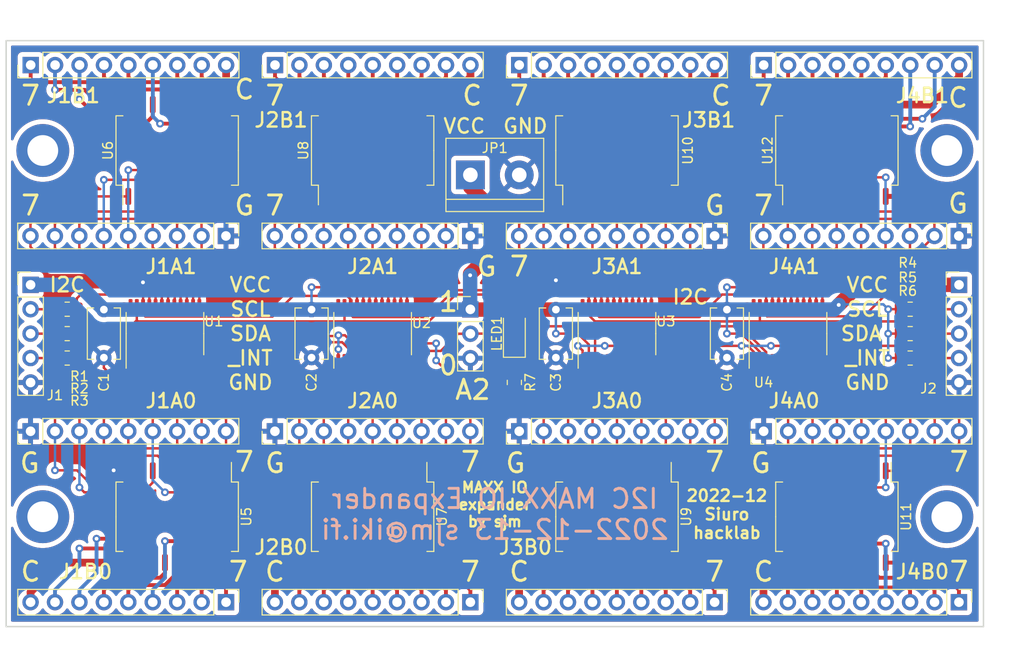
<source format=kicad_pcb>
(kicad_pcb (version 20221018) (generator pcbnew)
  (layers (0 "F.Cu" signal) (31 "B.Cu" signal) (34 "B.Paste" user) (35 "F.Paste" user) (36 "B.SilkS" user "B.Silkscreen") (37 "F.SilkS" user "F.Silkscreen") (38 "B.Mask" user) (39 "F.Mask" user) (44 "Edge.Cuts" user))
  (net 0 "")
  (net 1 "/U10_0")
  (net 2 "/U10_1")
  (net 3 "/U10_2")
  (net 4 "/U10_3")
  (net 5 "/U10_4")
  (net 6 "/U10_5")
  (net 7 "/U10_6")
  (net 8 "/U10_7")
  (net 9 "/U11_0")
  (net 10 "/U11_1")
  (net 11 "/U11_2")
  (net 12 "/U11_3")
  (net 13 "/U11_4")
  (net 14 "/U11_5")
  (net 15 "/U11_6")
  (net 16 "/U11_7")
  (net 17 "VCC")
  (net 18 "GND")
  (net 19 "/SCL")
  (net 20 "/SDA")
  (net 21 "/_INT")
  (net 22 "/A2")
  (net 23 "Net-(J1B0-Pad1)")
  (net 24 "Net-(J1B0-Pad2)")
  (net 25 "Net-(J1B0-Pad3)")
  (net 26 "Net-(J1B0-Pad4)")
  (net 27 "Net-(J1B0-Pad5)")
  (net 28 "Net-(J1B0-Pad6)")
  (net 29 "Net-(J1B0-Pad7)")
  (net 30 "Net-(J1B0-Pad8)")
  (net 31 "Net-(J1B0-Pad9)")
  (net 32 "Net-(J1B1-Pad1)")
  (net 33 "Net-(J1B1-Pad2)")
  (net 34 "Net-(J1B1-Pad3)")
  (net 35 "Net-(J1B1-Pad4)")
  (net 36 "Net-(J1B1-Pad5)")
  (net 37 "Net-(J1B1-Pad6)")
  (net 38 "Net-(J1B1-Pad7)")
  (net 39 "Net-(J1B1-Pad8)")
  (net 40 "Net-(J1B1-Pad9)")
  (net 41 "Net-(J2B0-Pad1)")
  (net 42 "Net-(J2B0-Pad2)")
  (net 43 "Net-(J2B0-Pad3)")
  (net 44 "Net-(J2B0-Pad4)")
  (net 45 "Net-(J2B0-Pad5)")
  (net 46 "Net-(J2B0-Pad6)")
  (net 47 "Net-(J2B0-Pad7)")
  (net 48 "Net-(J2B0-Pad8)")
  (net 49 "Net-(J2B0-Pad9)")
  (net 50 "Net-(J2B1-Pad1)")
  (net 51 "Net-(J2B1-Pad2)")
  (net 52 "Net-(J2B1-Pad3)")
  (net 53 "Net-(J2B1-Pad4)")
  (net 54 "Net-(J2B1-Pad5)")
  (net 55 "Net-(J2B1-Pad6)")
  (net 56 "Net-(J2B1-Pad7)")
  (net 57 "Net-(J2B1-Pad8)")
  (net 58 "Net-(J2B1-Pad9)")
  (net 59 "Net-(J3B0-Pad1)")
  (net 60 "Net-(J3B0-Pad2)")
  (net 61 "Net-(J3B0-Pad3)")
  (net 62 "Net-(J3B0-Pad4)")
  (net 63 "Net-(J3B0-Pad5)")
  (net 64 "Net-(J3B0-Pad6)")
  (net 65 "Net-(J3B0-Pad7)")
  (net 66 "Net-(J3B0-Pad8)")
  (net 67 "Net-(J3B0-Pad9)")
  (net 68 "Net-(J3B1-Pad1)")
  (net 69 "Net-(J3B1-Pad2)")
  (net 70 "Net-(J3B1-Pad3)")
  (net 71 "Net-(J3B1-Pad4)")
  (net 72 "Net-(J3B1-Pad5)")
  (net 73 "Net-(J3B1-Pad6)")
  (net 74 "Net-(J3B1-Pad7)")
  (net 75 "Net-(J3B1-Pad8)")
  (net 76 "Net-(J3B1-Pad9)")
  (net 77 "Net-(J4B0-Pad1)")
  (net 78 "Net-(J4B0-Pad2)")
  (net 79 "Net-(J4B0-Pad3)")
  (net 80 "Net-(J4B0-Pad4)")
  (net 81 "Net-(J4B0-Pad5)")
  (net 82 "Net-(J4B0-Pad6)")
  (net 83 "Net-(J4B0-Pad7)")
  (net 84 "Net-(J4B0-Pad8)")
  (net 85 "Net-(J4B0-Pad9)")
  (net 86 "Net-(J4B1-Pad1)")
  (net 87 "Net-(J4B1-Pad2)")
  (net 88 "Net-(J4B1-Pad3)")
  (net 89 "Net-(J4B1-Pad4)")
  (net 90 "Net-(J4B1-Pad5)")
  (net 91 "Net-(J4B1-Pad6)")
  (net 92 "Net-(J4B1-Pad7)")
  (net 93 "Net-(J4B1-Pad8)")
  (net 94 "Net-(J4B1-Pad9)")
  (net 95 "Net-(J1-Pad2)")
  (net 96 "Net-(J1-Pad3)")
  (net 97 "Net-(J1-Pad4)")
  (net 98 "/U20_0")
  (net 99 "/U20_1")
  (net 100 "/U20_2")
  (net 101 "/U20_3")
  (net 102 "/U20_4")
  (net 103 "/U20_5")
  (net 104 "/U20_6")
  (net 105 "/U20_7")
  (net 106 "/U21_0")
  (net 107 "/U21_1")
  (net 108 "/U21_2")
  (net 109 "/U21_3")
  (net 110 "/U21_4")
  (net 111 "/U21_5")
  (net 112 "/U21_6")
  (net 113 "/U21_7")
  (net 114 "/U30_0")
  (net 115 "/U30_1")
  (net 116 "/U30_2")
  (net 117 "/U30_3")
  (net 118 "/U30_4")
  (net 119 "/U30_5")
  (net 120 "/U30_6")
  (net 121 "/U30_7")
  (net 122 "/U31_0")
  (net 123 "/U31_1")
  (net 124 "/U31_2")
  (net 125 "/U31_3")
  (net 126 "/U31_4")
  (net 127 "/U31_5")
  (net 128 "/U31_6")
  (net 129 "/U31_7")
  (net 130 "/U40_0")
  (net 131 "/U40_1")
  (net 132 "/U40_2")
  (net 133 "/U40_3")
  (net 134 "/U40_4")
  (net 135 "/U40_5")
  (net 136 "/U40_6")
  (net 137 "/U40_7")
  (net 138 "/U41_0")
  (net 139 "/U41_1")
  (net 140 "/U41_2")
  (net 141 "/U41_3")
  (net 142 "/U41_4")
  (net 143 "/U41_5")
  (net 144 "/U41_6")
  (net 145 "/U41_7")
  (net 150 "Net-(LED1-Pad1)")
  (footprint "Resistor_SMD:R_0805_2012Metric_Pad1.20x1.40mm_HandSolder" (layer "F.Cu") (at 113.03 52.07)
    (fp_text reference "R6")
    (fp_text value "10k")
  )
  (footprint "Connector_PinHeader_2.54mm:PinHeader_1x09_P2.54mm_Vertical" (layer "F.Cu") (at 97.8 59.69 90)
    (fp_text reference "J4A0")
    (fp_text value "Conn_01x09_Male")
  )
  (footprint "Capacitor_THT:C_Disc_D5.1mm_W3.2mm_P5.00mm" (layer "F.Cu") (at 50.8 47.03 -90)
    (fp_text reference "C2")
    (fp_text value "10u")
  )
  (footprint "Resistor_SMD:R_0805_2012Metric_Pad1.20x1.40mm_HandSolder" (layer "F.Cu") (at 71.882 54.61 -90)
    (fp_text reference "R7")
    (fp_text value "220")
  )
  (footprint "MountingHole:MountingHole_3.2mm_M3_ISO14580_Pad" (layer "F.Cu") (at 22.86 30.48)
    (fp_text reference "H1" hide)
    (fp_text value "Conn_01x01_Female" hide)
  )
  (footprint "MountingHole:MountingHole_3.2mm_M3_ISO14580_Pad" (layer "F.Cu") (at 116.84 30.48)
    (fp_text reference "H2" hide)
    (fp_text value "Conn_01x01_Female" hide)
  )
  (footprint "MountingHole:MountingHole_3.2mm_M3_ISO14580_Pad" (layer "F.Cu") (at 116.84 68.58)
    (fp_text reference "H4" hide)
    (fp_text value "Conn_01x01_Female" hide)
  )
  (footprint "00local:SOP-18_7x12.5mm_P1.27mm" (layer "F.Cu") (at 36.83 30.48 90)
    (fp_text reference "U6")
    (fp_text value "ULN2803A")
  )
  (footprint "Resistor_SMD:R_0805_2012Metric_Pad1.20x1.40mm_HandSolder" (layer "F.Cu") (at 25.4 52.07 180)
    (fp_text reference "R3")
    (fp_text value "220")
  )
  (footprint "00local:SOP-18_7x12.5mm_P1.27mm" (layer "F.Cu") (at 82.55 30.48 90)
    (fp_text reference "U10")
    (fp_text value "ULN2803A")
  )
  (footprint "Connector_PinHeader_2.54mm:PinHeader_1x09_P2.54mm_Vertical" (layer "F.Cu") (at 46.99 59.69 90)
    (fp_text reference "J2A0")
    (fp_text value "Conn_01x09_Male")
  )
  (footprint "Package_SO:TSSOP-24_4.4x7.8mm_P0.65mm" (layer "F.Cu") (at 35.56 49.53 90)
    (fp_text reference "U1")
    (fp_text value "PCA9555PW" hide)
  )
  (footprint "Connector_PinHeader_2.54mm:PinHeader_1x09_P2.54mm_Vertical" (layer "F.Cu") (at 72.39 59.69 90)
    (fp_text reference "J3A0")
    (fp_text value "Conn_01x09_Male")
  )
  (footprint "Connector_PinHeader_2.54mm:PinHeader_1x09_P2.54mm_Vertical" (layer "F.Cu") (at 72.39 21.59 90)
    (fp_text reference "J3B1")
    (fp_text value "Conn_01x09_Male")
  )
  (footprint "Connector_PinHeader_2.54mm:PinHeader_1x09_P2.54mm_Vertical" (layer "F.Cu") (at 21.59 59.69 90)
    (fp_text reference "J1A0")
    (fp_text value "Conn_01x09_Male")
  )
  (footprint "Resistor_SMD:R_0805_2012Metric_Pad1.20x1.40mm_HandSolder" (layer "F.Cu") (at 25.4 46.99 180)
    (fp_text reference "R1")
    (fp_text value "220")
  )
  (footprint "LED_SMD:LED_1206_3216Metric_Pad1.42x1.75mm_HandSolder" (layer "F.Cu") (at 71.882 49.53 90)
    (fp_text reference "LED1")
    (fp_text value "LED")
  )
  (footprint "Package_SO:TSSOP-24_4.4x7.8mm_P0.65mm" (layer "F.Cu") (at 100.33 49.53 90)
    (fp_text reference "U4")
    (fp_text value "PCA9555PW" hide)
  )
  (footprint "Connector_PinHeader_2.54mm:PinHeader_1x09_P2.54mm_Vertical" (layer "F.Cu") (at 47 21.59 90)
    (fp_text reference "J2B1")
    (fp_text value "Conn_01x09_Male")
  )
  (footprint "00local:SOP-18_7x12.5mm_P1.27mm" (layer "F.Cu") (at 36.83 68.58 -90)
    (fp_text reference "U5")
    (fp_text value "ULN2803A")
  )
  (footprint "Connector_PinHeader_2.54mm:PinHeader_1x09_P2.54mm_Vertical" (layer "F.Cu") (at 41.91 77.47 -90)
    (fp_text reference "J1B0")
    (fp_text value "Conn_01x09_Male")
  )
  (footprint "Connector_PinHeader_2.54mm:PinHeader_1x09_P2.54mm_Vertical" (layer "F.Cu") (at 118.09 39.37 -90)
    (fp_text reference "J4A1")
    (fp_text value "Conn_01x09_Male")
  )
  (footprint "Capacitor_THT:C_Disc_D5.1mm_W3.2mm_P5.00mm" (layer "F.Cu") (at 29.21 47.03 -90)
    (fp_text reference "C1")
    (fp_text value "10u")
  )
  (footprint "Connector_PinHeader_2.54mm:PinHeader_1x09_P2.54mm_Vertical" (layer "F.Cu") (at 67.31 77.47 -90)
    (fp_text reference "J2B0")
    (fp_text value "Conn_01x09_Male")
  )
  (footprint "Resistor_SMD:R_0805_2012Metric_Pad1.20x1.40mm_HandSolder" (layer "F.Cu") (at 113.03 46.99)
    (fp_text reference "R4")
    (fp_text value "10k")
  )
  (footprint "Connector_PinHeader_2.54mm:PinHeader_1x09_P2.54mm_Vertical" (layer "F.Cu") (at 67.3 39.37 -90)
    (fp_text reference "J2A1")
    (fp_text value "Conn_01x09_Male")
  )
  (footprint "Connector_PinHeader_2.54mm:PinHeader_1x09_P2.54mm_Vertical" (layer "F.Cu") (at 92.7 77.47 -90)
    (fp_text reference "J3B0")
    (fp_text value "Conn_01x09_Male")
  )
  (footprint "Connector_PinHeader_2.54mm:PinHeader_1x09_P2.54mm_Vertical" (layer "F.Cu") (at 92.7 39.37 -90)
    (fp_text reference "J3A1")
    (fp_text value "Conn_01x09_Male")
  )
  (footprint "MountingHole:MountingHole_3.2mm_M3_ISO14580_Pad" (layer "F.Cu") (at 22.86 68.58)
    (fp_text reference "H3" hide)
    (fp_text value "Conn_01x01_Female" hide)
  )
  (footprint "Connector_PinHeader_2.54mm:PinHeader_1x09_P2.54mm_Vertical" (layer "F.Cu") (at 118.1 77.47 -90)
    (fp_text reference "J4B0")
    (fp_text value "Conn_01x09_Male")
  )
  (footprint "Capacitor_THT:C_Disc_D5.1mm_W3.2mm_P5.00mm" (layer "F.Cu") (at 76.2 47.03 -90)
    (fp_text reference "C3")
    (fp_text value "10u")
  )
  (footprint "00local:SOP-18_7x12.5mm_P1.27mm" (layer "F.Cu") (at 57.15 30.48 90)
    (fp_text reference "U8")
    (fp_text value "ULN2803A")
  )
  (footprint "00local:SOP-18_7x12.5mm_P1.27mm" (layer "F.Cu") (at 105.41 30.48 90)
    (fp_text reference "U12")
    (fp_text value "ULN2803A")
  )
  (footprint "00local:SOP-18_7x12.5mm_P1.27mm" (layer "F.Cu") (at 57.15 68.58 -90)
    (fp_text reference "U7")
    (fp_text value "ULN2803A")
  )
  (footprint "Connector_PinHeader_2.54mm:PinHeader_1x05_P2.54mm_Vertical" (layer "F.Cu") (at 21.59 44.455)
    (fp_text reference "J1")
    (fp_text value "Conn_01x05_Male" hide)
  )
  (footprint "Resistor_SMD:R_0805_2012Metric_Pad1.20x1.40mm_HandSolder" (layer "F.Cu") (at 113.03 49.53)
    (fp_text reference "R5")
    (fp_text value "10k")
  )
  (footprint "00local:TerminalBlock_bornier-2_P5.08mm" (layer "F.Cu") (at 67.31 33.02)
    (fp_text reference "JP1")
    (fp_text value "Conn_01x02")
  )
  (footprint "Connector_PinHeader_2.54mm:PinHeader_1x09_P2.54mm_Vertical" (layer "F.Cu") (at 41.9 39.37 -90)
    (fp_text reference "J1A1")
    (fp_text value "Conn_01x09_Male" hide)
  )
  (footprint "00local:SOP-18_7x12.5mm_P1.27mm" (layer "F.Cu") (at 105.41 68.58 -90)
    (fp_text reference "U11")
    (fp_text value "ULN2803A")
  )
  (footprint "Connector_PinHeader_2.54mm:PinHeader_1x05_P2.54mm_Vertical" (layer "F.Cu") (at 118.11 44.455)
    (fp_text reference "J2")
    (fp_text value "Conn_01x05_Male")
  )
  (footprint "00local:SOP-18_7x12.5mm_P1.27mm" (layer "F.Cu") (at 82.55 68.58 -90)
    (fp_text reference "U9")
    (fp_text value "ULN2803A")
  )
  (footprint "Capacitor_THT:C_Disc_D5.1mm_W3.2mm_P5.00mm" (layer "F.Cu") (at 93.98 47.03 -90)
    (fp_text reference "C4")
    (fp_text value "10u")
  )
  (footprint "Package_SO:TSSOP-24_4.4x7.8mm_P0.65mm" (layer "F.Cu") (at 57.15 49.53 90)
    (fp_text reference "U2")
    (fp_text value "PCA9555PW" hide)
  )
  (footprint "Package_SO:TSSOP-24_4.4x7.8mm_P0.65mm" (layer "F.Cu") (at 82.55 49.53 90)
    (fp_text reference "U3")
    (fp_text value "PCA9555PW" hide)
  )
  (footprint "Connector_PinHeader_2.54mm:PinHeader_1x09_P2.54mm_Vertical" (layer "F.Cu") (at 97.8 21.59 90)
    (fp_text reference "J4B1")
    (fp_text value "Conn_01x09_Male")
  )
  (footprint "Connector_PinHeader_2.54mm:PinHeader_1x03_P2.54mm_Vertical" (layer "F.Cu") (at 67.31 47.005)
    (fp_text reference "A2")
    (fp_text value "Conn_01x03_Male")
  )
  (footprint "Resistor_SMD:R_0805_2012Metric_Pad1.20x1.40mm_HandSolder" (layer "F.Cu") (at 25.4 49.53 180)
    (fp_text reference "R2")
    (fp_text value "220")
  )
  (footprint "Connector_PinHeader_2.54mm:PinHeader_1x09_P2.54mm_Vertical" (layer "F.Cu") (at 21.6 21.59 90)
    (fp_text reference "J1B1")
    (fp_text value "Conn_01x09_Male")
  )
  (gr_line locked (start 120.65 80.01) (end 19.05 80.01) (stroke (width 0.15)) (layer "Edge.Cuts"))
  (gr_line locked (start 120.65 19.05) (end 120.65 80.01) (stroke (width 0.15)) (layer "Edge.Cuts"))
  (gr_line locked (start 19.05 19.05) (end 120.65 19.05) (stroke (width 0.15)) (layer "Edge.Cuts"))
  (gr_line locked (start 19.05 80.01) (end 19.05 19.05) (stroke (width 0.15)) (layer "Edge.Cuts"))
  (gr_text "I2C MAXX IO Expander\n2022-12-13 sjm@iki.fi" (at 69.85 68.326) (layer "B.SilkS") (effects (font (size 2 2) (thickness 0.3)) (justify mirror)))
  (gr_text "GND\n" (at 108.585 54.61) (layer "F.SilkS") (effects (font (size 1.5 1.5) (thickness 0.25))))
  (gr_text "C" (at 72.39 74.295) (layer "F.SilkS") (effects (font (size 2 2) (thickness 0.3))))
  (gr_text "C" (at 46.99 74.295) (layer "F.SilkS") (effects (font (size 2 2) (thickness 0.3))))
  (gr_text "7" (at 97.79 36.195) (layer "F.SilkS") (effects (font (size 2 2) (thickness 0.3))))
  (gr_text "SCL" (at 44.45 46.99) (layer "F.SilkS") (effects (font (size 1.5 1.5) (thickness 0.25))))
  (gr_text "C" (at 97.79 74.295) (layer "F.SilkS") (effects (font (size 2 2) (thickness 0.3))))
  (gr_text "G" (at 43.815 36.195) (layer "F.SilkS") (effects (font (size 2 2) (thickness 0.3))))
  (gr_text "C" (at 67.5 24.765) (layer "F.SilkS") (effects (font (size 2 2) (thickness 0.3))))
  (gr_text "7" (at 118.11 74.295) (layer "F.SilkS") (effects (font (size 2 2) (thickness 0.3))))
  (gr_text "0" (at 65 52.832) (layer "F.SilkS") (effects (font (size 2 2) (thickness 0.3))))
  (gr_text "G" (at 69 42.545) (layer "F.SilkS") (effects (font (size 2 2) (thickness 0.3))))
  (gr_text "C" (at 93.345 24.765) (layer "F.SilkS") (effects (font (size 2 2) (thickness 0.3))))
  (gr_text "I2C" (at 25.4 44.45) (layer "F.SilkS") (effects (font (size 1.5 1.5) (thickness 0.25))))
  (gr_text "I2C" (at 90.17 45.72) (layer "F.SilkS") (effects (font (size 1.5 1.5) (thickness 0.25))))
  (gr_text "GND\n" (at 44.45 54.61) (layer "F.SilkS") (effects (font (size 1.5 1.5) (thickness 0.25))))
  (gr_text "7" (at 43.815 62.865) (layer "F.SilkS") (effects (font (size 2 2) (thickness 0.3))))
  (gr_text "G" (at 72 63) (layer "F.SilkS") (effects (font (size 2 2) (thickness 0.3))))
  (gr_text "VCC" (at 44.45 44.45) (layer "F.SilkS") (effects (font (size 1.5 1.5) (thickness 0.25))))
  (gr_text "_INT" (at 108.585 52.07) (layer "F.SilkS") (effects (font (size 1.5 1.5) (thickness 0.25))))
  (gr_text "G" (at 92.71 36.195) (layer "F.SilkS") (effects (font (size 2 2) (thickness 0.3))))
  (gr_text "C" (at 118 25) (layer "F.SilkS") (effects (font (size 2 2) (thickness 0.3))))
  (gr_text "VCC" (at 108.585 44.45) (layer "F.SilkS") (effects (font (size 1.5 1.5) (thickness 0.25))))
  (gr_text "G" (at 97.5 63) (layer "F.SilkS") (effects (font (size 2 2) (thickness 0.3))))
  (gr_text "7" (at 43.18 74.295) (layer "F.SilkS") (effects (font (size 2 2) (thickness 0.3))))
  (gr_text "7" (at 46.99 24.765) (layer "F.SilkS") (effects (font (size 2 2) (thickness 0.3))))
  (gr_text "1" (at 65.024 46.228) (layer "F.SilkS") (effects (font (size 2 2) (thickness 0.3))))
  (gr_text "7" (at 67.31 62.865) (layer "F.SilkS") (effects (font (size 2 2) (thickness 0.3))))
  (gr_text "VCC" (at 66.675 27.94) (layer "F.SilkS") (effects (font (size 1.5 1.5) (thickness 0.25))))
  (gr_text "SDA" (at 44.45 49.53) (layer "F.SilkS") (effects (font (size 1.5 1.5) (thickness 0.25))))
  (gr_text "G" (at 118 36) (layer "F.SilkS") (effects (font (size 2 2) (thickness 0.3))))
  (gr_text "C" (at 21.59 74.295) (layer "F.SilkS") (effects (font (size 2 2) (thickness 0.3))))
  (gr_text "G" (at 21.5 63) (layer "F.SilkS") (effects (font (size 2 2) (thickness 0.3))))
  (gr_text "SDA" (at 107.95 49.53) (layer "F.SilkS") (effects (font (size 1.5 1.5) (thickness 0.25))))
  (gr_text "7" (at 97.79 24.765) (layer "F.SilkS") (effects (font (size 2 2) (thickness 0.3))))
  (gr_text "_INT" (at 44.45 52.07) (layer "F.SilkS") (effects (font (size 1.5 1.5) (thickness 0.25))))
  (gr_text "7" (at 46.99 36.195) (layer "F.SilkS") (effects (font (size 2 2) (thickness 0.3))))
  (gr_text "MAXX IO\nexpander\nby sjm" (at 69.85 67.31) (layer "F.SilkS") (effects (font (size 1.1 1.1) (thickness 0.25))))
  (gr_text "7" (at 21.59 36.195) (layer "F.SilkS") (effects (font (size 2 2) (thickness 0.3))))
  (gr_text "7" (at 92.71 62.865) (layer "F.SilkS") (effects (font (size 2 2) (thickness 0.3))))
  (gr_text "7" (at 118.11 62.865) (layer "F.SilkS") (effects (font (size 2 2) (thickness 0.3))))
  (gr_text "7" (at 72.39 42.545) (layer "F.SilkS") (effects (font (size 2 2) (thickness 0.3))))
  (gr_text "7" (at 67.31 74.295) (layer "F.SilkS") (effects (font (size 2 2) (thickness 0.3))))
  (gr_text "7" (at 21.59 24.765) (layer "F.SilkS") (effects (font (size 2 2) (thickness 0.3))))
  (gr_text "C" (at 43.815 24.13) (layer "F.SilkS") (effects (font (size 2 2) (thickness 0.3))))
  (gr_text "GND\n" (at 73.025 27.94) (layer "F.SilkS") (effects (font (size 1.5 1.5) (thickness 0.25))))
  (gr_text "7" (at 92.71 74.295) (layer "F.SilkS") (effects (font (size 2 2) (thickness 0.3))))
  (gr_text "7" (at 72.39 24.765) (layer "F.SilkS") (effects (font (size 2 2) (thickness 0.3))))
  (gr_text "2022-12\nSiuro\nhacklab" (at 93.98 68.326) (layer "F.SilkS") (effects (font (size 1.2 1.2) (thickness 0.25))))
  (gr_text "SCL" (at 108.585 46.99) (layer "F.SilkS") (effects (font (size 1.5 1.5) (thickness 0.25))))
  (gr_text "G" (at 47 63) (layer "F.SilkS") (effects (font (size 2 2) (thickness 0.3))))
  (segment (start 26.416 63.754) (end 28.194 65.532) (width 0.25) (layer "F.Cu") (net 1))
  (segment (start 24.13 58.166) (end 24.13 59.69) (width 0.25) (layer "F.Cu") (net 1))
  (segment (start 32.512 65.532) (end 33.02 65.024) (width 0.25) (layer "F.Cu") (net 1))
  (segment (start 33.935 54.325812) (end 31.052812 57.208) (width 0.25) (layer "F.Cu") (net 1))
  (segment (start 33.02 65.024) (end 33.02 63.805) (width 0.25) (layer "F.Cu") (net 1))
  (segment (start 24.13 63.754) (end 26.416 63.754) (width 0.25) (layer "F.Cu") (net 1))
  (segment (start 27.245604 57.208) (end 26.287604 58.166) (width 0.25) (layer "F.Cu") (net 1))
  (segment (start 31.052812 57.208) (end 27.245604 57.208) (width 0.25) (layer "F.Cu") (net 1))
  (segment (start 28.194 65.532) (end 32.512 65.532) (width 0.25) (layer "F.Cu") (net 1))
  (segment (start 33.935 52.3925) (end 33.935 54.325812) (width 0.25) (layer "F.Cu") (net 1))
  (segment (start 26.287604 58.166) (end 24.13 58.166) (width 0.25) (layer "F.Cu") (net 1))
  (via (at 24.13 63.754) (size 0.8) (drill 0.4) (layers "F.Cu" "B.Cu") (net 1))
  (segment (start 24.13 63.754) (end 24.13 59.69) (width 0.25) (layer "B.Cu") (net 1))
  (segment (start 31.239208 57.658) (end 27.432 57.658) (width 0.25) (layer "F.Cu") (net 2))
  (segment (start 33.274 66.04) (end 34.29 65.024) (width 0.25) (layer "F.Cu") (net 2))
  (segment (start 34.585 52.3925) (end 34.585 54.312208) (width 0.25) (layer "F.Cu") (net 2))
  (segment (start 34.585 54.312208) (end 31.239208 57.658) (width 0.25) (layer "F.Cu") (net 2))
  (segment (start 34.29 65.024) (end 34.29 63.805) (width 0.25) (layer "F.Cu") (net 2))
  (segment (start 26.67 58.42) (end 26.67 59.69) (width 0.25) (layer "F.Cu") (net 2))
  (segment (start 27.432 57.658) (end 26.67 58.42) (width 0.25) (layer "F.Cu") (net 2))
  (segment (start 27.178 66.04) (end 33.274 66.04) (width 0.25) (layer "F.Cu") (net 2))
  (segment (start 26.67 65.532) (end 27.178 66.04) (width 0.25) (layer "F.Cu") (net 2))
  (via (at 26.67 65.532) (size 0.8) (drill 0.4) (layers "F.Cu" "B.Cu") (net 2))
  (segment (start 26.67 65.532) (end 26.67 59.69) (width 0.25) (layer "B.Cu") (net 2))
  (segment (start 35.56 62.992) (end 35.56 63.805) (width 0.25) (layer "F.Cu") (net 3))
  (segment (start 29.21 58.42) (end 29.21 59.69) (width 0.25) (layer "F.Cu") (net 3))
  (segment (start 29.464 58.166) (end 29.21 58.42) (width 0.25) (layer "F.Cu") (net 3))
  (segment (start 29.21 60.96) (end 30.48 62.23) (width 0.25) (layer "F.Cu") (net 3))
  (segment (start 30.48 62.23) (end 34.798 62.23) (width 0.25) (layer "F.Cu") (net 3))
  (segment (start 29.21 59.69) (end 29.21 60.96) (width 0.25) (layer "F.Cu") (net 3))
  (segment (start 35.235 52.3925) (end 35.235 54.298604) (width 0.25) (layer "F.Cu") (net 3))
  (segment (start 31.367604 58.166) (end 29.464 58.166) (width 0.25) (layer "F.Cu") (net 3))
  (segment (start 35.235 54.298604) (end 31.367604 58.166) (width 0.25) (layer "F.Cu") (net 3))
  (segment (start 34.798 62.23) (end 35.56 62.992) (width 0.25) (layer "F.Cu") (net 3))
  (segment (start 36.83 62.738) (end 36.83 63.805) (width 0.25) (layer "F.Cu") (net 4))
  (segment (start 35.885 54.285) (end 31.75 58.42) (width 0.25) (layer "F.Cu") (net 4))
  (segment (start 31.75 60.96) (end 32.258 61.468) (width 0.25) (layer "F.Cu") (net 4))
  (segment (start 35.885 52.3925) (end 35.885 54.285) (width 0.25) (layer "F.Cu") (net 4))
  (segment (start 35.56 61.468) (end 36.83 62.738) (width 0.25) (layer "F.Cu") (net 4))
  (segment (start 31.75 58.42) (end 31.75 59.69) (width 0.25) (layer "F.Cu") (net 4))
  (segment (start 31.75 59.69) (end 31.75 60.96) (width 0.25) (layer "F.Cu") (net 4))
  (segment (start 32.258 61.468) (end 35.56 61.468) (width 0.25) (layer "F.Cu") (net 4))
  (segment (start 36.38 56.33) (end 34.29 58.42) (width 0.25) (layer "F.Cu") (net 5))
  (segment (start 38.1 65.024) (end 37.084 66.04) (width 0.25) (layer "F.Cu") (net 5))
  (segment (start 36.38 53.541584) (end 36.38 56.33) (width 0.25) (layer "F.Cu") (net 5))
  (segment (start 36.535 53.386584) (end 36.38 53.541584) (width 0.25) (layer "F.Cu") (net 5))
  (segment (start 38.1 63.805) (end 38.1 65.024) (width 0.25) (layer "F.Cu") (net 5))
  (segment (start 37.084 66.04) (end 35.56 66.04) (width 0.25) (layer "F.Cu") (net 5))
  (segment (start 36.535 52.3925) (end 36.535 53.386584) (width 0.25) (layer "F.Cu") (net 5))
  (segment (start 34.29 58.42) (end 34.29 59.69) (width 0.25) (layer "F.Cu") (net 5))
  (via (at 35.56 66.04) (size 0.8) (drill 0.4) (layers "F.Cu" "B.Cu") (net 5))
  (segment (start 34.29 64.77) (end 34.29 59.69) (width 0.25) (layer "B.Cu") (net 5))
  (segment (start 35.56 66.04) (end 34.29 64.77) (width 0.25) (layer "B.Cu") (net 5))
  (segment (start 37.185 52.3925) (end 37.185 53.37298) (width 0.25) (layer "F.Cu") (net 6))
  (segment (start 38.862 61.976) (end 39.37 62.484) (width 0.25) (layer "F.Cu") (net 6))
  (segment (start 37.846 61.976) (end 38.862 61.976) (width 0.25) (layer "F.Cu") (net 6))
  (segment (start 39.37 62.484) (end 39.37 63.805) (width 0.25) (layer "F.Cu") (net 6))
  (segment (start 36.83 53.72798) (end 36.83 59.69) (width 0.25) (layer "F.Cu") (net 6))
  (segment (start 37.185 53.37298) (end 36.83 53.72798) (width 0.25) (layer "F.Cu") (net 6))
  (segment (start 36.83 59.69) (end 36.83 60.96) (width 0.25) (layer "F.Cu") (net 6))
  (segment (start 36.83 60.96) (end 37.846 61.976) (width 0.25) (layer "F.Cu") (net 6))
  (segment (start 39.37 59.69) (end 39.37 60.96) (width 0.25) (layer "F.Cu") (net 7))
  (segment (start 39.37 58.42) (end 39.37 59.69) (width 0.25) (layer "F.Cu") (net 7))
  (segment (start 40.64 62.23) (end 40.64 63.805) (width 0.25) (layer "F.Cu") (net 7))
  (segment (start 37.835 52.3925) (end 37.835 56.885) (width 0.25) (layer "F.Cu") (net 7))
  (segment (start 37.835 56.885) (end 39.37 58.42) (width 0.25) (layer "F.Cu") (net 7))
  (segment (start 39.37 60.96) (end 40.64 62.23) (width 0.25) (layer "F.Cu") (net 7))
  (segment (start 38.485 54.995) (end 41.91 58.42) (width 0.25) (layer "F.Cu") (net 8))
  (segment (start 41.91 58.42) (end 41.91 59.69) (width 0.25) (layer "F.Cu") (net 8))
  (segment (start 41.91 63.805) (end 41.91 59.69) (width 0.25) (layer "F.Cu") (net 8))
  (segment (start 38.485 52.3925) (end 38.485 54.995) (width 0.25) (layer "F.Cu") (net 8))
  (segment (start 39.135 46.6675) (end 39.135 45.574) (width 0.25) (layer "F.Cu") (net 9))
  (segment (start 39.37 45.339) (end 39.37 39.38) (width 0.25) (layer "F.Cu") (net 9))
  (segment (start 39.36 39.37) (end 39.36 37.602) (width 0.25) (layer "F.Cu") (net 9))
  (segment (start 40.64 36.322) (end 40.64 35.255) (width 0.25) (layer "F.Cu") (net 9))
  (segment (start 39.135 45.574) (end 39.37 45.339) (width 0.25) (layer "F.Cu") (net 9))
  (segment (start 39.36 37.602) (end 40.64 36.322) (width 0.25) (layer "F.Cu") (net 9))
  (segment (start 39.37 35.255) (end 39.37 36.322) (width 0.25) (layer "F.Cu") (net 10))
  (segment (start 36.82 40.63) (end 36.82 39.37) (width 0.25) (layer "F.Cu") (net 10))
  (segment (start 38.485 42.295) (end 36.82 40.63) (width 0.25) (layer "F.Cu") (net 10))
  (segment (start 39.37 36.322) (end 37.846 37.846) (width 0.25) (layer "F.Cu") (net 10))
  (segment (start 37.846 37.846) (end 37.084 37.846) (width 0.25) (layer "F.Cu") (net 10))
  (segment (start 38.485 46.6675) (end 38.485 42.295) (width 0.25) (layer "F.Cu") (net 10))
  (segment (start 36.82 38.11) (end 36.82 39.37) (width 0.25) (layer "F.Cu") (net 10))
  (segment (start 37.084 37.846) (end 36.82 38.11) (width 0.25) (layer "F.Cu") (net 10))
  (segment (start 35.306 37.084) (end 37.338 37.084) (width 0.25) (layer "F.Cu") (net 11))
  (segment (start 37.338 37.084) (end 38.1 36.322) (width 0.25) (layer "F.Cu") (net 11))
  (segment (start 34.28 39.37) (end 34.28 38.11) (width 0.25) (layer "F.Cu") (net 11))
  (segment (start 34.28 38.11) (end 35.306 37.084) (width 0.25) (layer "F.Cu") (net 11))
  (segment (start 37.835 46.6675) (end 37.835 44.116614) (width 0.25) (layer "F.Cu") (net 11))
  (segment (start 37.835 44.116614) (end 34.28 40.561614) (width 0.25) (layer "F.Cu") (net 11))
  (segment (start 38.1 36.322) (end 38.1 35.255) (width 0.25) (layer "F.Cu") (net 11))
  (segment (start 34.28 40.561614) (end 34.28 39.37) (width 0.25) (layer "F.Cu") (net 11))
  (segment (start 32.004 40.894) (end 31.74 40.63) (width 0.25) (layer "F.Cu") (net 12))
  (segment (start 37.185 44.297) (end 33.782 40.894) (width 0.25) (layer "F.Cu") (net 12))
  (segment (start 37.185 46.6675) (end 37.185 44.297) (width 0.25) (layer "F.Cu") (net 12))
  (segment (start 31.75 32.512) (end 35.56 32.512) (width 0.25) (layer "F.Cu") (net 12))
  (segment (start 33.782 40.894) (end 32.004 40.894) (width 0.25) (layer "F.Cu") (net 12))
  (segment (start 35.56 32.512) (end 36.83 33.782) (width 0.25) (layer "F.Cu") (net 12))
  (segment (start 31.74 40.63) (end 31.74 39.37) (width 0.25) (layer "F.Cu") (net 12))
  (segment (start 36.83 33.782) (end 36.83 35.255) (width 0.25) (layer "F.Cu") (net 12))
  (via (at 31.75 32.512) (size 0.8) (drill 0.4) (layers "F.Cu" "B.Cu") (net 12))
  (segment (start 31.74 32.522) (end 31.74 39.37) (width 0.25) (layer "B.Cu") (net 12))
  (segment (start 31.75 32.512) (end 31.74 32.522) (width 0.25) (layer "B.Cu") (net 12))
  (segment (start 35.56 34.036) (end 35.56 35.255) (width 0.25) (layer "F.Cu") (net 13))
  (segment (start 33.595604 41.344) (end 29.914 41.344) (width 0.25) (layer "F.Cu") (net 13))
  (segment (start 35.052 33.528) (end 35.56 34.036) (width 0.25) (layer "F.Cu") (net 13))
  (segment (start 36.576 44.324396) (end 33.595604 41.344) (width 0.25) (layer "F.Cu") (net 13))
  (segment (start 36.576 45.937959) (end 36.576 44.324396) (width 0.25) (layer "F.Cu") (net 13))
  (segment (start 36.535 46.6675) (end 36.535 45.978959) (width 0.25) (layer "F.Cu") (net 13))
  (segment (start 36.535 45.978959) (end 36.576 45.937959) (width 0.25) (layer "F.Cu") (net 13))
  (segment (start 29.21 33.528) (end 35.052 33.528) (width 0.25) (layer "F.Cu") (net 13))
  (segment (start 29.2 40.63) (end 29.2 39.37) (width 0.25) (layer "F.Cu") (net 13))
  (segment (start 29.914 41.344) (end 29.2 40.63) (width 0.25) (layer "F.Cu") (net 13))
  (via (at 29.21 33.528) (size 0.8) (drill 0.4) (layers "F.Cu" "B.Cu") (net 13))
  (segment (start 29.2 33.538) (end 29.2 39.37) (width 0.25) (layer "B.Cu") (net 13))
  (segment (start 29.21 33.528) (end 29.2 33.538) (width 0.25) (layer "B.Cu") (net 13))
  (segment (start 27.178 37.592) (end 33.02 37.592) (width 0.25) (layer "F.Cu") (net 14))
  (segment (start 33.409208 41.794) (end 35.885 44.269792) (width 0.25) (layer "F.Cu") (net 14))
  (segment (start 33.02 37.592) (end 34.29 36.322) (width 0.25) (layer "F.Cu") (net 14))
  (segment (start 34.29 36.322) (end 34.29 35.255) (width 0.25) (layer "F.Cu") (net 14))
  (segment (start 26.66 38.11) (end 27.178 37.592) (width 0.25) (layer "F.Cu") (net 14))
  (segment (start 26.66 40.63) (end 27.824 41.794) (width 0.25) (layer "F.Cu") (net 14))
  (segment (start 27.824 41.794) (end 33.409208 41.794) (width 0.25) (layer "F.Cu") (net 14))
  (segment (start 26.66 39.37) (end 26.66 40.63) (width 0.25) (layer "F.Cu") (net 14))
  (segment (start 35.885 44.269792) (end 35.885 46.6675) (width 0.25) (layer "F.Cu") (net 14))
  (segment (start 26.66 39.37) (end 26.66 38.11) (width 0.25) (layer "F.Cu") (net 14))
  (segment (start 35.235 44.256188) (end 33.222812 42.244) (width 0.25) (layer "F.Cu") (net 15))
  (segment (start 35.235 46.6675) (end 35.235 44.256188) (width 0.25) (layer "F.Cu") (net 15))
  (segment (start 24.12 39.37) (end 24.12 38.1075) (width 0.25) (layer "F.Cu") (net 15))
  (segment (start 25.3975 36.83) (end 32.512 36.83) (width 0.25) (layer "F.Cu") (net 15))
  (segment (start 25.734 42.244) (end 24.12 40.63) (width 0.25) (layer "F.Cu") (net 15))
  (segment (start 32.512 36.83) (end 33.02 36.322) (width 0.25) (layer "F.Cu") (net 15))
  (segment (start 24.12 38.1075) (end 25.3975 36.83) (width 0.25) (layer "F.Cu") (net 15))
  (segment (start 33.02 36.322) (end 33.02 35.255) (width 0.25) (layer "F.Cu") (net 15))
  (segment (start 33.222812 42.244) (end 25.734 42.244) (width 0.25) (layer "F.Cu") (net 15))
  (segment (start 24.12 40.63) (end 24.12 39.37) (width 0.25) (layer "F.Cu") (net 15))
  (segment (start 31.75 35.255) (end 24.435 35.255) (width 0.25) (layer "F.Cu") (net 16))
  (segment (start 34.585 44.242584) (end 33.036416 42.694) (width 0.25) (layer "F.Cu") (net 16))
  (segment (start 34.585 46.6675) (end 34.585 44.242584) (width 0.25) (layer "F.Cu") (net 16))
  (segment (start 33.036416 42.694) (end 23.766 42.694) (width 0.25) (layer "F.Cu") (net 16))
  (segment (start 23.766 42.694) (end 21.58 40.508) (width 0.25) (layer "F.Cu") (net 16))
  (segment (start 21.58 38.11) (end 21.58 39.37) (width 0.25) (layer "F.Cu") (net 16))
  (segment (start 21.58 40.508) (end 21.58 39.37) (width 0.25) (layer "F.Cu") (net 16))
  (segment (start 24.435 35.255) (end 21.58 38.11) (width 0.25) (layer "F.Cu") (net 16))
  (segment (start 110.744 46.99) (end 112.03 46.99) (width 0.25) (layer "F.Cu") (net 17))
  (segment (start 78.232 46.736) (end 78.3005 46.6675) (width 0.4) (layer "F.Cu") (net 17))
  (segment (start 31.985 46.6675) (end 31.3105 46.6675) (width 0.4) (layer "F.Cu") (net 17))
  (segment (start 76.2 47.03) (end 67.335 47.03) (width 1.5) (layer "F.Cu") (net 17))
  (segment (start 96.0805 46.6675) (end 96.755 46.6675) (width 0.4) (layer "F.Cu") (net 17))
  (segment (start 77.938 47.03) (end 76.2 47.03) (width 0.8) (layer "F.Cu") (net 17))
  (segment (start 30.948 47.03) (end 29.21 47.03) (width 0.8) (layer "F.Cu") (net 17))
  (segment (start 107.69384 44.455) (end 118.11 44.455) (width 1.5) (layer "F.Cu") (net 17))
  (segment (start 52.538 47.03) (end 50.8 47.03) (width 0.8) (layer "F.Cu") (net 17))
  (segment (start 54.5465 44.704) (end 50.8 44.704) (width 0.25) (layer "F.Cu") (net 17))
  (segment (start 79.625 50.669) (end 79.625 52.3925) (width 0.25) (layer "F.Cu") (net 17))
  (segment (start 95.504 49.53) (end 97.405 51.431) (width 0.25) (layer "F.Cu") (net 17))
  (segment (start 97.405 51.431) (end 97.405 52.3925) (width 0.25) (layer "F.Cu") (net 17))
  (segment (start 55.525 45.6825) (end 54.5465 44.704) (width 0.25) (layer "F.Cu") (net 17))
  (segment (start 93.98 49.53) (end 95.504 49.53) (width 0.25) (layer "F.Cu") (net 17))
  (segment (start 67.31 34.29) (end 67.31 33.02) (width 1.5) (layer "F.Cu") (net 17))
  (segment (start 69.85 40.767) (end 69.85 36.83) (width 1.5) (layer "F.Cu") (net 17))
  (segment (start 31.3105 46.6675) (end 30.948 47.03) (width 0.8) (layer "F.Cu") (net 17))
  (segment (start 78.3005 46.6675) (end 78.975 46.6675) (width 0.4) (layer "F.Cu") (net 17))
  (segment (start 98.241396 45.016) (end 98.705 45.479604) (width 0.25) (layer "F.Cu") (net 17))
  (segment (start 78.486 49.53) (end 79.625 50.669) (width 0.25) (layer "F.Cu") (net 17))
  (segment (start 52.9005 46.6675) (end 52.538 47.03) (width 0.8) (layer "F.Cu") (net 17))
  (segment (start 95.718 47.03) (end 96.0805 46.6675) (width 0.8) (layer "F.Cu") (net 17))
  (segment (start 93.98 47.03) (end 95.718 47.03) (width 0.8) (layer "F.Cu") (net 17))
  (segment (start 67.285 43.332) (end 69.85 40.767) (width 1.5) (layer "F.Cu") (net 17))
  (segment (start 67.285 43.459) (end 67.285 43.332) (width 1.5) (layer "F.Cu") (net 17))
  (segment (start 76.2 49.53) (end 78.486 49.53) (width 0.25) (layer "F.Cu") (net 17))
  (segment (start 112.03 52.07) (end 110.744 52.07) (width 0.25) (layer "F.Cu") (net 17))
  (segment (start 105.60192 46.54692) (end 107.69384 44.455) (width 1.5) (layer "F.Cu") (net 17))
  (segment (start 98.705 45.479604) (end 98.705 46.6675) (width 0.25) (layer "F.Cu") (net 17))
  (segment (start 69.85 36.83) (end 67.31 34.29) (width 1.5) (layer "F.Cu") (net 17))
  (segment (start 53.575 46.6675) (end 52.9005 46.6675) (width 0.4) (layer "F.Cu") (net 17))
  (segment (start 78.232 46.736) (end 77.938 47.03) (width 0.8) (layer "F.Cu") (net 17))
  (segment (start 98.227604 45.016) (end 98.241396 45.016) (width 0.25) (layer "F.Cu") (net 17))
  (segment (start 97.915604 44.704) (end 98.227604 45.016) (width 0.25) (layer "F.Cu") (net 17))
  (segment (start 110.744 49.53) (end 112.03 49.53) (width 0.25) (layer "F.Cu") (net 17))
  (segment (start 55.525 46.6675) (end 55.525 45.6825) (width 0.25) (layer "F.Cu") (net 17))
  (segment (start 93.98 44.704) (end 97.915604 44.704) (width 0.25) (layer "F.Cu") (net 17))
  (via (at 76.2 49.53) (size 0.8) (drill 0.4) (layers "F.Cu" "B.Cu") (net 17))
  (via (at 110.744 49.53) (size 0.8) (drill 0.4) (layers "F.Cu" "B.Cu") (net 17))
  (via (at 105.60192 46.54692) (size 0.8) (drill 0.4) (layers "F.Cu" "B.Cu") (net 17))
  (via (at 67.285 43.459) (size 0.8) (drill 0.4) (layers "F.Cu" "B.Cu") (net 17))
  (via (at 110.744 46.99) (size 0.8) (drill 0.4) (layers "F.Cu" "B.Cu") (net 17))
  (via (at 110.744 52.07) (size 0.8) (drill 0.4) (layers "F.Cu" "B.Cu") (net 17))
  (via (at 93.98 49.53) (size 0.8) (drill 0.4) (layers "F.Cu" "B.Cu") (net 17))
  (via (at 93.98 44.704) (size 0.8) (drill 0.4) (layers "F.Cu" "B.Cu") (net 17))
  (via (at 50.8 44.704) (size 0.8) (drill 0.4) (layers "F.Cu" "B.Cu") (net 17))
  (segment (start 67.285 43.459) (end 67.285 47.03) (width 1.5) (layer "B.Cu") (net 17))
  (segment (start 93.98 44.704) (end 93.98 47.03) (width 0.25) (layer "B.Cu") (net 17))
  (segment (start 93.98 49.53) (end 93.98 47.03) (width 0.25) (layer "B.Cu") (net 17))
  (segment (start 105.11884 47.03) (end 93.98 47.03) (width 1.5) (layer "B.Cu") (net 17))
  (segment (start 50.8 44.704) (end 50.8 47.03) (width 0.25) (layer "B.Cu") (net 17))
  (segment (start 105.60192 46.54692) (end 105.66684 46.482) (width 0.25) (layer "B.Cu") (net 17))
  (segment (start 110.744 49.53) (end 110.744 46.99) (width 0.25) (layer "B.Cu") (net 17))
  (segment (start 76.2 49.53) (end 76.2 47.03) (width 0.25) (layer "B.Cu") (net 17))
  (segment (start 105.60192 46.54692) (end 105.11884 47.03) (width 1.5) (layer "B.Cu") (net 17))
  (segment (start 26.635 44.455) (end 29.21 47.03) (width 1.5) (layer "B.Cu") (net 17))
  (segment (start 29.21 47.03) (end 50.8 47.03) (width 1.5) (layer "B.Cu") (net 17))
  (segment (start 76.2 47.03) (end 93.98 47.03) (width 1.5) (layer "B.Cu") (net 17))
  (segment (start 105.66684 46.482) (end 110.236 46.482) (width 0.25) (layer "B.Cu") (net 17))
  (segment (start 67.285 47.03) (end 50.8 47.03) (width 1.5) (layer "B.Cu") (net 17))
  (segment (start 110.744 52.07) (end 110.744 49.53) (width 0.25) (layer "B.Cu") (net 17))
  (segment (start 110.236 46.482) (end 110.744 46.99) (width 0.25) (layer "B.Cu") (net 17))
  (segment (start 21.59 44.455) (end 26.635 44.455) (width 1.5) (layer "B.Cu") (net 17))
  (segment (start 80.925 45.744604) (end 79.376396 44.196) (width 0.25) (layer "F.Cu") (net 18))
  (segment (start 76.4165 44.196) (end 76.2 43.9795) (width 0.25) (layer "F.Cu") (net 18))
  (segment (start 54.225 52.3925) (end 54.225 53.081041) (width 0.25) (layer "F.Cu") (net 18))
  (segment (start 29.21 53.086) (end 29.21 52.03) (width 0.25) (layer "F.Cu") (net 18))
  (segment (start 72.39 57.142) (end 72.39 59.69) (width 0.25) (layer "F.Cu") (net 18))
  (segment (start 80.925 46.6675) (end 80.925 45.744604) (width 0.25) (layer "F.Cu") (net 18))
  (segment (start 29.718 53.594) (end 29.21 53.086) (width 0.25) (layer "F.Cu") (net 18))
  (segment (start 33.935 46.6675) (end 33.935 44.857) (width 0.25) (layer "F.Cu") (net 18))
  (segment (start 32.635 52.3925) (end 32.635 53.217) (width 0.25) (layer "F.Cu") (net 18))
  (segment (start 79.376396 44.196) (end 76.4165 44.196) (width 0.25) (layer "F.Cu") (net 18))
  (segment (start 71.882 56.634) (end 72.39 57.142) (width 0.25) (layer "F.Cu") (net 18))
  (segment (start 32.258 53.594) (end 29.718 53.594) (width 0.25) (layer "F.Cu") (net 18))
  (segment (start 53.851041 53.455) (end 52.225 53.455) (width 0.25) (layer "F.Cu") (net 18))
  (segment (start 33.935 44.857) (end 33.274 44.196) (width 0.25) (layer "F.Cu") (net 18))
  (segment (start 32.635 53.217) (end 32.258 53.594) (width 0.25) (layer "F.Cu") (net 18))
  (segment (start 52.225 53.455) (end 50.8 52.03) (width 0.25) (layer "F.Cu") (net 18))
  (segment (start 54.225 53.081041) (end 53.851041 53.455) (width 0.25) (layer "F.Cu") (net 18))
  (segment (start 71.882 55.61) (end 71.882 56.634) (width 0.25) (layer "F.Cu") (net 18))
  (via (at 30.226 63.754) (size 0.8) (drill 0.4) (layers "F.Cu" "B.Cu") (net 18))
  (via (at 33.274 44.196) (size 0.8) (drill 0.4) (layers "F.Cu" "B.Cu") (net 18))
  (via (at 76.2 43.9795) (size 0.8) (drill 0.4) (layers "F.Cu" "B.Cu") (net 18))
  (segment (start 110.236 45.72) (end 108.226 47.73) (width 0.25) (layer "F.Cu") (net 19))
  (segment (start 54.875 46.6675) (end 54.875 45.978959) (width 0.25) (layer "F.Cu") (net 19))
  (segment (start 26.797 45.466) (end 26.4 45.863) (width 0.25) (layer "F.Cu") (net 19))
  (segment (start 62.805604 47.81) (end 55.125479 47.81) (width 0.25) (layer "F.Cu") (net 19))
  (segment (start 65.599604 45.016) (end 62.805604 47.81) (width 0.25) (layer "F.Cu") (net 19))
  (segment (start 33.274 45.466) (end 26.797 45.466) (width 0.25) (layer "F.Cu") (net 19))
  (segment (start 80.275 45.731) (end 79.56 45.016) (width 0.25) (layer "F.Cu") (net 19))
  (segment (start 33.285 47.509) (end 33.285 46.6675) (width 0.25) (layer "F.Cu") (net 19))
  (segment (start 98.055 45.466) (end 93.472 45.466) (width 0.25) (layer "F.Cu") (net 19))
  (segment (start 91.128 47.81) (end 80.728959 47.81) (width 0.25) (layer "F.Cu") (net 19))
  (segment (start 114.03 46.212) (end 113.538 45.72) (width 0.25) (layer "F.Cu") (net 19))
  (segment (start 46.736 47.752) (end 33.528 47.752) (width 0.25) (layer "F.Cu") (net 19))
  (segment (start 98.055 46.6675) (end 98.055 45.466) (width 0.25) (layer "F.Cu") (net 19))
  (segment (start 55.125479 47.81) (end 54.875 47.559521) (width 0.25) (layer "F.Cu") (net 19))
  (segment (start 48.883 45.605) (end 46.736 47.752) (width 0.25) (layer "F.Cu") (net 19))
  (segment (start 79.56 45.016) (end 65.599604 45.016) (width 0.25) (layer "F.Cu") (net 19))
  (segment (start 54.875 45.978959) (end 54.501041 45.605) (width 0.25) (layer "F.Cu") (net 19))
  (segment (start 80.275 46.6675) (end 80.275 45.731) (width 0.25) (layer "F.Cu") (net 19))
  (segment (start 54.875 47.559521) (end 54.875 46.6675) (width 0.25) (layer "F.Cu") (net 19))
  (segment (start 98.055 47.634604) (end 98.055 46.6675) (width 0.25) (layer "F.Cu") (net 19))
  (segment (start 98.150396 47.73) (end 98.055 47.634604) (width 0.25) (layer "F.Cu") (net 19))
  (segment (start 113.538 45.72) (end 110.236 45.72) (width 0.25) (layer "F.Cu") (net 19))
  (segment (start 114.03 46.99) (end 114.03 46.212) (width 0.25) (layer "F.Cu") (net 19))
  (segment (start 108.226 47.73) (end 98.150396 47.73) (width 0.25) (layer "F.Cu") (net 19))
  (segment (start 33.528 47.752) (end 33.285 47.509) (width 0.25) (layer "F.Cu") (net 19))
  (segment (start 80.728959 47.81) (end 80.275 47.356041) (width 0.25) (layer "F.Cu") (net 19))
  (segment (start 26.4 45.863) (end 26.4 46.99) (width 0.25) (layer "F.Cu") (net 19))
  (segment (start 33.285 46.6675) (end 33.285 45.477) (width 0.25) (layer "F.Cu") (net 19))
  (segment (start 33.285 45.477) (end 33.274 45.466) (width 0.25) (layer "F.Cu") (net 19))
  (segment (start 93.472 45.466) (end 91.128 47.81) (width 0.25) (layer "F.Cu") (net 19))
  (segment (start 114.035 46.995) (end 118.11 46.995) (width 0.25) (layer "F.Cu") (net 19))
  (segment (start 54.501041 45.605) (end 48.883 45.605) (width 0.25) (layer "F.Cu") (net 19))
  (segment (start 80.275 47.356041) (end 80.275 46.6675) (width 0.25) (layer "F.Cu") (net 19))
  (segment (start 114.03 49.53) (end 114.03 48.752) (width 0.25) (layer "F.Cu") (net 20))
  (segment (start 114.035 49.535) (end 118.11 49.535) (width 0.25) (layer "F.Cu") (net 20))
  (segment (start 113.538 48.26) (end 80.264 48.26) (width 0.25) (layer "F.Cu") (net 20))
  (segment (start 26.4 49.53) (end 31.242 49.53) (width 0.25) (layer "F.Cu") (net 20))
  (segment (start 79.625 47.621) (end 79.625 46.6675) (width 0.25) (layer "F.Cu") (net 20))
  (segment (start 79.625 45.783979) (end 79.307021 45.466) (width 0.25) (layer "F.Cu") (net 20))
  (segment (start 32.758 48.26) (end 54.225 48.26) (width 0.25) (layer "F.Cu") (net 20))
  (segment (start 31.242 49.53) (end 32.635 48.137) (width 0.25) (layer "F.Cu") (net 20))
  (segment (start 54.225 48.26) (end 54.225 46.6675) (width 0.25) (layer "F.Cu") (net 20))
  (segment (start 79.625 46.6675) (end 79.625 45.783979) (width 0.25) (layer "F.Cu") (net 20))
  (segment (start 97.405 46.6675) (end 97.405 48.26) (width 0.25) (layer "F.Cu") (net 20))
  (segment (start 32.635 48.137) (end 32.758 48.26) (width 0.25) (layer "F.Cu") (net 20))
  (segment (start 62.992 48.26) (end 54.225 48.26) (width 0.25) (layer "F.Cu") (net 20))
  (segment (start 32.635 48.137) (end 32.635 46.6675) (width 0.25) (layer "F.Cu") (net 20))
  (segment (start 65.786 45.466) (end 62.992 48.26) (width 0.25) (layer "F.Cu") (net 20))
  (segment (start 80.264 48.26) (end 79.625 47.621) (width 0.25) (layer "F.Cu") (net 20))
  (segment (start 114.03 48.752) (end 113.538 48.26) (width 0.25) (layer "F.Cu") (net 20))
  (segment (start 79.307021 45.466) (end 65.786 45.466) (width 0.25) (layer "F.Cu") (net 20))
  (segment (start 114.035 52.075) (end 118.11 52.075) (width 0.25) (layer "F.Cu") (net 21))
  (segment (start 53.594 49.702459) (end 53.512459 49.784) (width 0.25) (layer "F.Cu") (net 21))
  (segment (start 53.575 51.16616) (end 53.575 52.3925) (width 0.25) (layer "F.Cu") (net 21))
  (segment (start 96.137604 50.8) (end 96.755 51.417396) (width 0.25) (layer "F.Cu") (net 21))
  (segment (start 54.274459 49.702459) (end 53.594 49.702459) (width 0.25) (layer "F.Cu") (net 21))
  (segment (start 63.754 52.324) (end 66.04 54.61) (width 0.25) (layer "F.Cu") (net 21))
  (segment (start 53.512459 49.784) (end 32.512 49.784) (width 0.25) (layer "F.Cu") (net 21))
  (segment (start 78.975 51.289) (end 78.975 52.3925) (width 0.25) (layer "F.Cu") (net 21))
  (segment (start 28.956 50.292) (end 27.178 52.07) (width 0.25) (layer "F.Cu") (net 21))
  (segment (start 114.03 51.276) (end 114.03 52.07) (width 0.25) (layer "F.Cu") (net 21))
  (segment (start 63.749701 50.541701) (end 63.745402 50.546) (width 0.25) (layer "F.Cu") (net 21))
  (segment (start 63.745402 50.546) (end 55.118 50.546) (width 0.25) (layer "F.Cu") (net 21))
  (segment (start 96.137604 50.8) (end 95.504 50.8) (width 0.25) (layer "F.Cu") (net 21))
  (segment (start 27.178 52.07) (end 26.4 52.07) (width 0.25) (layer "F.Cu") (net 21))
  (segment (start 77.724 54.61) (end 78.975 53.359) (width 0.25) (layer "F.Cu") (net 21))
  (segment (start 81.28 50.8) (end 95.504 50.8) (width 0.25) (layer "F.Cu") (net 21))
  (segment (start 98.552 50.8) (end 113.554 50.8) (width 0.25) (layer "F.Cu") (net 21))
  (segment (start 66.04 54.61) (end 77.724 54.61) (width 0.25) (layer "F.Cu") (net 21))
  (segment (start 32.004 50.292) (end 28.956 50.292) (width 0.25) (layer "F.Cu") (net 21))
  (segment (start 32.512 49.784) (end 32.004 50.292) (width 0.25) (layer "F.Cu") (net 21))
  (segment (start 96.755 51.417396) (end 96.755 52.3925) (width 0.25) (layer "F.Cu") (net 21))
  (segment (start 78.975 53.359) (end 78.975 52.3925) (width 0.25) (layer "F.Cu") (net 21))
  (segment (start 113.554 50.8) (end 114.03 51.276) (width 0.25) (layer "F.Cu") (net 21))
  (segment (start 53.589701 51.151459) (end 53.575 51.16616) (width 0.25) (layer "F.Cu") (net 21))
  (segment (start 32.004 50.311) (end 32.004 52.3735) (width 0.25) (layer "F.Cu") (net 21))
  (segment (start 78.486 50.8) (end 78.975 51.289) (width 0.25) (layer "F.Cu") (net 21))
  (segment (start 55.118 50.546) (end 54.274459 49.702459) (width 0.25) (layer "F.Cu") (net 21))
  (via (at 81.28 50.8) (size 0.8) (drill 0.4) (layers "F.Cu" "B.Cu") (net 21))
  (via (at 63.749701 50.541701) (size 0.8) (drill 0.4) (layers "F.Cu" "B.Cu") (net 21))
  (via (at 63.754 52.324) (size 0.8) (drill 0.4) (layers "F.Cu" "B.Cu") (net 21))
  (via (at 53.594 49.702459) (size 0.8) (drill 0.4) (layers "F.Cu" "B.Cu") (net 21))
  (via (at 78.486 50.8) (size 0.8) (drill 0.4) (layers "F.Cu" "B.Cu") (net 21))
  (via (at 98.552 50.8) (size 0.8) (drill 0.4) (layers "F.Cu" "B.Cu") (net 21))
  (via (at 53.589701 51.151459) (size 0.8) (drill 0.4) (layers "F.Cu" "B.Cu") (net 21))
  (via (at 95.504 50.8) (size 0.8) (drill 0.4) (layers "F.Cu" "B.Cu") (net 21))
  (segment (start 53.594 49.702459) (end 53.589701 49.706758) (width 0.25) (layer "B.Cu") (net 21))
  (segment (start 95.504 50.8) (end 98.552 50.8) (width 0.25) (layer "B.Cu") (net 21))
  (segment (start 78.486 50.8) (end 81.28 50.8) (width 0.25) (layer "B.Cu") (net 21))
  (segment (start 63.749701 50.541701) (end 63.749701 52.319701) (width 0.25) (layer "B.Cu") (net 21))
  (segment (start 63.749701 52.319701) (end 63.754 52.324) (width 0.25) (layer "B.Cu") (net 21))
  (segment (start 53.589701 49.706758) (end 53.589701 51.151459) (width 0.25) (layer "B.Cu") (net 21))
  (segment (start 80.275 52.3925) (end 80.275 48.779) (width 0.25) (layer "F.Cu") (net 22))
  (segment (start 73.993586 48.768) (end 80.249 48.768) (width 0.25) (layer "F.Cu") (net 22))
  (segment (start 80.275 48.779) (end 80.264 48.768) (width 0.25) (layer "F.Cu") (net 22))
  (segment (start 54.875 51.319) (end 54.875 51.453959) (width 0.25) (layer "F.Cu") (net 22))
  (segment (start 80.264 48.768) (end 95.378396 48.768) (width 0.25) (layer "F.Cu") (net 22))
  (segment (start 67.325 49.53) (end 73.231586 49.53) (width 0.25) (layer "F.Cu") (net 22))
  (segment (start 53.982959 50.426959) (end 54.875 51.319) (width 0.25) (layer "F.Cu") (net 22))
  (segment (start 80.249 48.768) (end 80.249 48.783) (width 0.25) (layer "F.Cu") (net 22))
  (segment (start 73.231586 49.53) (end 73.993586 48.768) (width 0.25) (layer "F.Cu") (net 22))
  (segment (start 95.378396 48.768) (end 98.055 51.444604) (width 0.25) (layer "F.Cu") (net 22))
  (segment (start 33.285 52.3925) (end 33.285 51.297) (width 0.25) (layer "F.Cu") (net 22))
  (segment (start 54.998959 51.33) (end 54.875 51.453959) (width 0.25) (layer "F.Cu") (net 22))
  (segment (start 66.025 49.545) (end 64.24 51.33) (width 0.25) (layer "F.Cu") (net 22))
  (segment (start 80.264 48.768) (end 80.249 48.783) (width 0.25) (layer "F.Cu") (net 22))
  (segment (start 34.155041 50.426959) (end 53.982959 50.426959) (width 0.25) (layer "F.Cu") (net 22))
  (segment (start 67.31 49.545) (end 66.025 49.545) (width 0.25) (layer "F.Cu") (net 22))
  (segment (start 33.285 51.297) (end 34.155041 50.426959) (width 0.25) (layer "F.Cu") (net 22))
  (segment (start 54.875 51.453959) (end 54.875 52.3925) (width 0.25) (layer "F.Cu") (net 22))
  (segment (start 64.24 51.33) (end 54.998959 51.33) (width 0.25) (layer "F.Cu") (net 22))
  (segment (start 98.055 51.444604) (end 98.055 52.3925) (width 0.25) (layer "F.Cu") (net 22))
  (segment (start 41.91 73.355) (end 41.91 77.47) (width 0.4) (layer "F.Cu") (net 23))
  (segment (start 40.64 73.355) (end 40.64 74.93) (width 0.4) (layer "F.Cu") (net 24))
  (segment (start 40.64 74.93) (end 39.37 76.2) (width 0.4) (layer "F.Cu") (net 24))
  (segment (start 39.37 76.2) (end 39.37 77.47) (width 0.4) (layer "F.Cu") (net 24))
  (segment (start 38.862 75.184) (end 39.37 74.676) (width 0.4) (layer "F.Cu") (net 25))
  (segment (start 37.592 75.184) (end 38.862 75.184) (width 0.4) (layer "F.Cu") (net 25))
  (segment (start 36.83 75.946) (end 37.592 75.184) (width 0.4) (layer "F.Cu") (net 25))
  (segment (start 39.37 74.676) (end 39.37 73.355) (width 0.4) (layer "F.Cu") (net 25))
  (segment (start 36.83 77.47) (end 36.83 75.946) (width 0.4) (layer "F.Cu") (net 25))
  (segment (start 38.1 73.355) (end 38.1 71.882) (width 0.4) (layer "F.Cu") (net 26))
  (segment (start 37.338 71.12) (end 35.56 71.12) (width 0.4) (layer "F.Cu") (net 26))
  (segment (start 38.1 71.882) (end 37.338 71.12) (width 0.4) (layer "F.Cu") (net 26))
  (via (at 35.56 71.12) (size 0.8) (drill 0.4) (layers "F.Cu" "B.Cu") (net 26))
  (segment (start 34.29 76.2) (end 34.29 77.47) (width 0.4) (layer "B.Cu") (net 26))
  (segment (start 35.56 71.12) (end 35.56 74.93) (width 0.4) (layer "B.Cu") (net 26))
  (segment (start 35.56 74.93) (end 34.29 76.2) (width 0.4) (layer "B.Cu") (net 26))
  (segment (start 32.258 75.692) (end 35.56 75.692) (width 0.4) (layer "F.Cu") (net 27))
  (segment (start 36.83 74.422) (end 36.83 73.355) (width 0.4) (layer "F.Cu") (net 27))
  (segment (start 31.75 77.47) (end 31.75 76.2) (width 0.4) (layer "F.Cu") (net 27))
  (segment (start 31.75 76.2) (end 32.258 75.692) (width 0.4) (layer "F.Cu") (net 27))
  (segment (start 35.56 75.692) (end 36.83 74.422) (width 0.4) (layer "F.Cu") (net 27))
  (segment (start 29.21 76.2) (end 29.21 77.47) (width 0.4) (layer "F.Cu") (net 28))
  (segment (start 30.48 74.93) (end 29.21 76.2) (width 0.4) (layer "F.Cu") (net 28))
  (segment (start 35.56 73.355) (end 35.56 74.422) (width 0.4) (layer "F.Cu") (net 28))
  (segment (start 35.56 74.422) (end 35.052 74.93) (width 0.4) (layer "F.Cu") (net 28))
  (segment (start 35.052 74.93) (end 30.48 74.93) (width 0.4) (layer "F.Cu") (net 28))
  (segment (start 33.528 70.866) (end 28.448 70.866) (width 0.4) (layer "F.Cu") (net 29))
  (segment (start 34.29 73.355) (end 34.29 71.628) (width 0.4) (layer "F.Cu") (net 29))
  (segment (start 34.29 71.628) (end 33.528 70.866) (width 0.4) (layer "F.Cu") (net 29))
  (via (at 28.448 70.866) (size 0.8) (drill 0.4) (layers "F.Cu" "B.Cu") (net 29))
  (segment (start 26.67 76.2) (end 26.67 77.47) (width 0.4) (layer "B.Cu") (net 29))
  (segment (start 28.448 70.866) (end 28.448 74.422) (width 0.4) (layer "B.Cu") (net 29))
  (segment (start 28.448 74.422) (end 26.67 76.2) (width 0.4) (layer "B.Cu") (net 29))
  (segment (start 33.02 72.136) (end 32.766 71.882) (width 0.4) (layer "F.Cu") (net 30))
  (segment (start 32.766 71.882) (end 26.67 71.882) (width 0.4) (layer "F.Cu") (net 30))
  (segment (start 33.02 73.355) (end 33.02 72.136) (width 0.4) (layer "F.Cu") (net 30))
  (via (at 26.67 71.882) (size 0.8) (drill 0.4) (layers "F.Cu" "B.Cu") (net 30))
  (segment (start 24.13 76.2) (end 24.13 77.47) (width 0.4) (layer "B.Cu") (net 30))
  (segment (start 26.67 71.882) (end 26.67 73.66) (width 0.4) (layer "B.Cu") (net 30))
  (segment (start 26.67 73.66) (end 24.13 76.2) (width 0.4) (layer "B.Cu") (net 30))
  (segment (start 31.75 73.355) (end 24.645 73.355) (width 0.8) (layer "F.Cu") (net 31))
  (segment (start 21.59 76.41) (end 21.59 77.47) (width 0.8) (layer "F.Cu") (net 31))
  (segment (start 24.645 73.355) (end 21.59 76.41) (width 0.8) (layer "F.Cu") (net 31))
  (segment (start 21.59 23.368) (end 21.6 23.358) (width 0.4) (layer "F.Cu") (net 32))
  (segment (start 31.75 25.705) (end 30.785 25.705) (width 0.4) (layer "F.Cu") (net 32))
  (segment (start 30.785 25.705) (end 28.448 23.368) (width 0.4) (layer "F.Cu") (net 32))
  (segment (start 28.448 23.368) (end 21.59 23.368) (width 0.4) (layer "F.Cu") (net 32))
  (segment (start 21.6 23.358) (end 21.6 21.59) (width 0.4) (layer "F.Cu") (net 32))
  (segment (start 27.2155 24.1675) (end 24.13 24.1675) (width 0.4) (layer "F.Cu") (net 33))
  (segment (start 30.48 27.432) (end 27.2155 24.1675) (width 0.4) (layer "F.Cu") (net 33))
  (segment (start 33.02 26.924) (end 32.512 27.432) (width 0.4) (layer "F.Cu") (net 33))
  (segment (start 33.02 25.705) (end 33.02 26.924) (width 0.4) (layer "F.Cu") (net 33))
  (segment (start 32.512 27.432) (end 30.48 27.432) (width 0.4) (layer "F.Cu") (net 33))
  (via (at 24.13 24.1675) (size 0.8) (drill 0.4) (layers "F.Cu" "B.Cu") (net 33))
  (segment (start 24.13 24.1675) (end 24.13 21.6) (width 0.4) (layer "B.Cu") (net 33))
  (segment (start 29.718 28.194) (end 33.02 28.194) (width 0.4) (layer "F.Cu") (net 34))
  (segment (start 33.02 28.194) (end 34.29 26.924) (width 0.4) (layer "F.Cu") (net 34))
  (segment (start 34.29 26.924) (end 34.29 25.705) (width 0.4) (layer "F.Cu") (net 34))
  (segment (start 26.67 25.146) (end 29.718 28.194) (width 0.4) (layer "F.Cu") (net 34))
  (via (at 26.67 25.146) (size 0.8) (drill 0.4) (layers "F.Cu" "B.Cu") (net 34))
  (segment (start 26.68 22.87) (end 26.68 21.59) (width 0.4) (layer "B.Cu") (net 34))
  (segment (start 26.67 22.88) (end 26.68 22.87) (width 0.4) (layer "B.Cu") (net 34))
  (segment (start 26.67 25.146) (end 26.67 22.88) (width 0.4) (layer "B.Cu") (net 34))
  (segment (start 29.22 22.87) (end 29.22 21.59) (width 0.4) (layer "F.Cu") (net 35))
  (segment (start 30.48 24.13) (end 29.22 22.87) (width 0.4) (layer "F.Cu") (net 35))
  (segment (start 35.56 24.638) (end 35.052 24.13) (width 0.4) (layer "F.Cu") (net 35))
  (segment (start 35.56 25.705) (end 35.56 24.638) (width 0.4) (layer "F.Cu") (net 35))
  (segment (start 35.052 24.13) (end 30.48 24.13) (width 0.4) (layer "F.Cu") (net 35))
  (segment (start 32.278 23.368) (end 31.76 22.85) (width 0.4) (layer "F.Cu") (net 36))
  (segment (start 35.56 23.368) (end 32.278 23.368) (width 0.4) (layer "F.Cu") (net 36))
  (segment (start 31.76 22.85) (end 31.76 21.59) (width 0.4) (layer "F.Cu") (net 36))
  (segment (start 36.83 24.638) (end 35.56 23.368) (width 0.4) (layer "F.Cu") (net 36))
  (segment (start 36.83 25.705) (end 36.83 24.638) (width 0.4) (layer "F.Cu") (net 36))
  (segment (start 38.1 26.924) (end 37.338 27.686) (width 0.4) (layer "F.Cu") (net 37))
  (segment (start 38.1 25.705) (end 38.1 26.924) (width 0.4) (layer "F.Cu") (net 37))
  (segment (start 37.338 27.686) (end 35.052 27.686) (width 0.4) (layer "F.Cu") (net 37))
  (via (at 35.052 27.686) (size 0.8) (drill 0.4) (layers "F.Cu" "B.Cu") (net 37))
  (segment (start 34.3 26.934) (end 34.3 21.59) (width 0.4) (layer "B.Cu") (net 37))
  (segment (start 35.052 27.686) (end 34.3 26.934) (width 0.4) (layer "B.Cu") (net 37))
  (segment (start 36.84 21.59) (end 36.84 22.87) (width 0.4) (layer "F.Cu") (net 38))
  (segment (start 39.37 24.638) (end 39.37 25.705) (width 0.4) (layer "F.Cu") (net 38))
  (segment (start 37.592 23.622) (end 38.354 23.622) (width 0.4) (layer "F.Cu") (net 38))
  (segment (start 38.354 23.622) (end 39.37 24.638) (width 0.4) (layer "F.Cu") (net 38))
  (segment (start 36.84 22.87) (end 37.592 23.622) (width 0.4) (layer "F.Cu") (net 38))
  (segment (start 40.64 24.13) (end 39.38 22.87) (width 0.4) (layer "F.Cu") (net 39))
  (segment (start 39.38 22.87) (end 39.38 21.59) (width 0.4) (layer "F.Cu") (net 39))
  (segment (start 40.64 25.705) (end 40.64 24.13) (width 0.4) (layer "F.Cu") (net 39))
  (segment (start 41.92 25.695) (end 41.91 25.705) (width 0.8) (layer "F.Cu") (net 40))
  (segment (start 41.92 21.59) (end 41.92 25.695) (width 0.8) (layer "F.Cu") (net 40))
  (segment (start 64.465 73.355) (end 67.31 76.2) (width 0.4) (layer "F.Cu") (net 41))
  (segment (start 67.31 76.2) (end 67.31 77.47) (width 0.4) (layer "F.Cu") (net 41))
  (segment (start 62.23 73.355) (end 64.465 73.355) (width 0.4) (layer "F.Cu") (net 41))
  (segment (start 60.96 73.355) (end 60.96 74.422) (width 0.4) (layer "F.Cu") (net 42))
  (segment (start 64.77 76.2) (end 64.77 77.47) (width 0.4) (layer "F.Cu") (net 42))
  (segment (start 60.96 74.422) (end 61.468 74.93) (width 0.4) (layer "F.Cu") (net 42))
  (segment (start 63.5 74.93) (end 64.77 76.2) (width 0.4) (layer "F.Cu") (net 42))
  (segment (start 61.468 74.93) (end 63.5 74.93) (width 0.4) (layer "F.Cu") (net 42))
  (segment (start 60.96 75.692) (end 61.722 75.692) (width 0.4) (layer "F.Cu") (net 43))
  (segment (start 62.23 76.2) (end 62.23 77.47) (width 0.4) (layer "F.Cu") (net 43))
  (segment (start 61.722 75.692) (end 62.23 76.2) (width 0.4) (layer "F.Cu") (net 43))
  (segment (start 59.69 73.355) (end 59.69 74.422) (width 0.4) (layer "F.Cu") (net 43))
  (segment (start 59.69 74.422) (end 60.96 75.692) (width 0.4) (layer "F.Cu") (net 43))
  (segment (start 59.69 76.2) (end 59.69 77.47) (width 0.4) (layer "F.Cu") (net 44))
  (segment (start 58.42 74.93) (end 59.69 76.2) (width 0.4) (layer "F.Cu") (net 44))
  (segment (start 58.42 73.355) (end 58.42 74.93) (width 0.4) (layer "F.Cu") (net 44))
  (segment (start 57.15 73.355) (end 57.15 77.47) (width 0.4) (layer "F.Cu") (net 45))
  (segment (start 55.88 74.422) (end 54.61 75.692) (width 0.4) (layer "F.Cu") (net 46))
  (segment (start 55.88 73.355) (end 55.88 74.422) (width 0.4) (layer "F.Cu") (net 46))
  (segment (start 54.61 75.692) (end 54.61 77.47) (width 0.4) (layer "F.Cu") (net 46))
  (segment (start 54.61 74.422) (end 53.34 75.692) (width 0.4) (layer "F.Cu") (net 47))
  (segment (start 52.07 76.2) (end 52.07 77.47) (width 0.4) (layer "F.Cu") (net 47))
  (segment (start 54.61 73.355) (end 54.61 74.422) (width 0.4) (layer "F.Cu") (net 47))
  (segment (start 53.34 75.692) (end 52.578 75.692) (width 0.4) (layer "F.Cu") (net 47))
  (segment (start 52.578 75.692) (end 52.07 76.2) (width 0.4) (layer "F.Cu") (net 47))
  (segment (start 52.324 74.93) (end 50.8 74.93) (width 0.4) (layer "F.Cu") (net 48))
  (segment (start 53.34 73.914) (end 52.324 74.93) (width 0.4) (layer "F.Cu") (net 48))
  (segment (start 49.53 76.2) (end 49.53 77.47) (width 0.4) (layer "F.Cu") (net 48))
  (segment (start 50.8 74.93) (end 49.53 76.2) (width 0.4) (layer "F.Cu") (net 48))
  (segment (start 46.99 76.01) (end 46.99 77.47) (width 0.8) (layer "F.Cu") (net 49))
  (segment (start 49.645 73.355) (end 46.99 76.01) (width 0.8) (layer "F.Cu") (net 49))
  (segment (start 52.07 73.355) (end 49.645 73.355) (width 0.8) (layer "F.Cu") (net 49))
  (segment (start 47 22.87) (end 49.835 25.705) (width 0.4) (layer "F.Cu") (net 50))
  (segment (start 49.835 25.705) (end 52.07 25.705) (width 0.4) (layer "F.Cu") (net 50))
  (segment (start 47 21.59) (end 47 22.87) (width 0.4) (layer "F.Cu") (net 50))
  (segment (start 53.34 25.705) (end 53.34 24.638) (width 0.4) (layer "F.Cu") (net 51))
  (segment (start 49.54 22.87) (end 49.54 21.59) (width 0.4) (layer "F.Cu") (net 51))
  (segment (start 53.34 24.638) (end 53.086 24.384) (width 0.4) (layer "F.Cu") (net 51))
  (segment (start 51.054 24.384) (end 49.54 22.87) (width 0.4) (layer "F.Cu") (net 51))
  (segment (start 53.086 24.384) (end 51.054 24.384) (width 0.4) (layer "F.Cu") (net 51))
  (segment (start 52.08 22.87) (end 52.08 21.59) (width 0.4) (layer "F.Cu") (net 52))
  (segment (start 52.832 23.622) (end 52.08 22.87) (width 0.4) (layer "F.Cu") (net 52))
  (segment (start 53.594 23.622) (end 52.832 23.622) (width 0.4) (layer "F.Cu") (net 52))
  (segment (start 54.61 24.638) (end 53.594 23.622) (width 0.4) (layer "F.Cu") (net 52))
  (segment (start 54.61 25.705) (end 54.61 24.638) (width 0.4) (layer "F.Cu") (net 52))
  (segment (start 55.88 24.638) (end 55.88 25.705) (width 0.4) (layer "F.Cu") (net 53))
  (segment (start 54.62 23.378) (end 55.88 24.638) (width 0.4) (layer "F.Cu") (net 53))
  (segment (start 54.62 21.59) (end 54.62 23.378) (width 0.4) (layer "F.Cu") (net 53))
  (segment (start 57.16 21.59) (end 57.16 25.695) (width 0.4) (layer "F.Cu") (net 54))
  (segment (start 58.42 24.511) (end 58.42 25.705) (width 0.4) (layer "F.Cu") (net 55))
  (segment (start 59.7 21.59) (end 59.7 23.231) (width 0.4) (layer "F.Cu") (net 55))
  (segment (start 59.7 23.231) (end 58.42 24.511) (width 0.4) (layer "F.Cu") (net 55))
  (segment (start 59.69 24.638) (end 59.69 25.705) (width 0.4) (layer "F.Cu") (net 56))
  (segment (start 60.706 23.622) (end 59.69 24.638) (width 0.4) (layer "F.Cu") (net 56))
  (segment (start 62.24 22.855) (end 61.473 23.622) (width 0.4) (layer "F.Cu") (net 56))
  (segment (start 62.24 21.59) (end 62.24 22.855) (width 0.4) (layer "F.Cu") (net 56))
  (segment (start 61.473 23.622) (end 60.706 23.622) (width 0.4) (layer "F.Cu") (net 56))
  (segment (start 64.78 22.85) (end 63.246 24.384) (width 0.4) (layer "F.Cu") (net 57))
  (segment (start 61.214 24.384) (end 60.96 24.638) (width 0.4) (layer "F.Cu") (net 57))
  (segment (start 64.78 21.59) (end 64.78 22.85) (width 0.4) (layer "F.Cu") (net 57))
  (segment (start 63.246 24.384) (end 61.214 24.384) (width 0.4) (layer "F.Cu") (net 57))
  (segment (start 60.96 24.638) (end 60.96 25.705) (width 0.4) (layer "F.Cu") (net 57))
  (segment (start 67.32 22.85) (end 67.32 21.59) (width 0.8) (layer "F.Cu") (net 58))
  (segment (start 64.465 25.705) (end 67.32 22.85) (width 0.8) (layer "F.Cu") (net 58))
  (segment (start 62.23 25.705) (end 64.465 25.705) (width 0.8) (layer "F.Cu") (net 58))
  (segment (start 89.865 73.355) (end 92.7 76.19) (width 0.4) (layer "F.Cu") (net 59))
  (segment (start 92.7 76.19) (end 92.7 77.47) (width 0.4) (layer "F.Cu") (net 59))
  (segment (start 87.63 73.355) (end 89.865 73.355) (width 0.4) (layer "F.Cu") (net 59))
  (segment (start 86.36 74.422) (end 86.868 74.93) (width 0.4) (layer "F.Cu") (net 60))
  (segment (start 86.36 73.355) (end 86.36 74.422) (width 0.4) (layer "F.Cu") (net 60))
  (segment (start 90.16 76.19) (end 90.16 77.47) (width 0.4) (layer "F.Cu") (net 60))
  (segment (start 86.868 74.93) (end 88.9 74.93) (width 0.4) (layer "F.Cu") (net 60))
  (segment (start 88.9 74.93) (end 90.16 76.19) (width 0.4) (layer "F.Cu") (net 60))
  (segment (start 85.09 73.355) (end 85.09 74.465264) (width 0.4) (layer "F.Cu") (net 61))
  (segment (start 87.122 75.692) (end 87.62 76.19) (width 0.4) (layer "F.Cu") (net 61))
  (segment (start 86.316736 75.692) (end 87.122 75.692) (width 0.4) (layer "F.Cu") (net 61))
  (segment (start 85.09 74.465264) (end 86.316736 75.692) (width 0.4) (layer "F.Cu") (net 61))
  (segment (start 87.62 76.19) (end 87.62 77.47) (width 0.4) (layer "F.Cu") (net 61))
  (segment (start 85.08 75.682) (end 85.08 77.47) (width 0.4) (layer "F.Cu") (net 62))
  (segment (start 83.82 73.355) (end 83.82 74.422) (width 0.4) (layer "F.Cu") (net 62))
  (segment (start 83.82 74.422) (end 85.08 75.682) (width 0.4) (layer "F.Cu") (net 62))
  (segment (start 82.54 73.365) (end 82.54 77.47) (width 0.4) (layer "F.Cu") (net 63))
  (segment (start 80 75.702) (end 80 77.47) (width 0.4) (layer "F.Cu") (net 64))
  (segment (start 81.28 74.422) (end 80 75.702) (width 0.4) (layer "F.Cu") (net 64))
  (segment (start 81.28 73.355) (end 81.28 74.422) (width 0.4) (layer "F.Cu") (net 64))
  (segment (start 77.46 76.21) (end 77.46 77.47) (width 0.4) (layer "F.Cu") (net 65))
  (segment (start 80.01 74.422) (end 78.648 75.784) (width 0.4) (layer "F.Cu") (net 65))
  (segment (start 77.886 75.784) (end 77.46 76.21) (width 0.4) (layer "F.Cu") (net 65))
  (segment (start 78.648 75.784) (end 77.886 75.784) (width 0.4) (layer "F.Cu") (net 65))
  (segment (start 80.01 73.355) (end 80.01 74.422) (width 0.4) (layer "F.Cu") (net 65))
  (segment (start 76.2 74.93) (end 74.92 76.21) (width 0.4) (layer "F.Cu") (net 66))
  (segment (start 74.92 76.21) (end 74.92 77.47) (width 0.4) (layer "F.Cu") (net 66))
  (segment (start 78.232 74.93) (end 76.2 74.93) (width 0.4) (layer "F.Cu") (net 66))
  (segment (start 78.74 74.422) (end 78.232 74.93) (width 0.4) (layer "F.Cu") (net 66))
  (segment (start 78.74 73.355) (end 78.74 74.422) (width 0.4) (layer "F.Cu") (net 66))
  (segment (start 72.38 75.87) (end 72.38 77.47) (width 0.8) (layer "F.Cu") (net 67))
  (segment (start 74.895 73.355) (end 72.38 75.87) (width 0.8) (layer "F.Cu") (net 67))
  (segment (start 77.47 73.355) (end 74.895 73.355) (width 0.8) (layer "F.Cu") (net 67))
  (segment (start 74.981 25.705) (end 72.39 23.114) (width 0.4) (layer "F.Cu") (net 68))
  (segment (start 77.47 25.705) (end 74.981 25.705) (width 0.4) (layer "F.Cu") (net 68))
  (segment (start 72.39 23.114) (end 72.39 21.59) (width 0.4) (layer "F.Cu") (net 68))
  (segment (start 74.93 22.86) (end 74.93 21.59) (width 0.4) (layer "F.Cu") (net 69))
  (segment (start 76.454 24.384) (end 74.93 22.86) (width 0.4) (layer "F.Cu") (net 69))
  (segment (start 78.74 25.705) (end 78.74 24.638) (width 0.4) (layer "F.Cu") (net 69))
  (segment (start 78.486 24.384) (end 76.454 24.384) (width 0.4) (layer "F.Cu") (net 69))
  (segment (start 78.74 24.638) (end 78.486 24.384) (width 0.4) (layer "F.Cu") (net 69))
  (segment (start 80.01 24.638) (end 78.74 23.368) (width 0.4) (layer "F.Cu") (net 70))
  (segment (start 78.74 23.368) (end 77.978 23.368) (width 0.4) (layer "F.Cu") (net 70))
  (segment (start 80.01 25.705) (end 80.01 24.638) (width 0.4) (layer "F.Cu") (net 70))
  (segment (start 77.978 23.368) (end 77.47 22.86) (width 0.4) (layer "F.Cu") (net 70))
  (segment (start 77.47 22.86) (end 77.47 21.59) (width 0.4) (layer "F.Cu") (net 70))
  (segment (start 81.28 24.638) (end 80.01 23.368) (width 0.4) (layer "F.Cu") (net 71))
  (segment (start 81.28 25.705) (end 81.28 24.638) (width 0.4) (layer "F.Cu") (net 71))
  (segment (start 80.01 23.368) (end 80.01 21.59) (width 0.4) (layer "F.Cu") (net 71))
  (segment (start 82.55 25.705) (end 82.55 21.59) (width 0.4) (layer "F.Cu") (net 72))
  (segment (start 83.82 25.705) (end 83.82 24.638) (width 0.4) (layer "F.Cu") (net 73))
  (segment (start 83.82 24.638) (end 85.09 23.368) (width 0.4) (layer "F.Cu") (net 73))
  (segment (start 85.09 23.368) (end 85.09 21.59) (width 0.4) (layer "F.Cu") (net 73))
  (segment (start 85.09 25.705) (end 85.09 24.638) (width 0.4) (layer "F.Cu") (net 74))
  (segment (start 86.36 23.368) (end 87.122 23.368) (width 0.4) (layer "F.Cu") (net 74))
  (segment (start 87.63 22.86) (end 87.63 21.59) (width 0.4) (layer "F.Cu") (net 74))
  (segment (start 85.09 24.638) (end 86.36 23.368) (width 0.4) (layer "F.Cu") (net 74))
  (segment (start 87.122 23.368) (end 87.63 22.86) (width 0.4) (layer "F.Cu") (net 74))
  (segment (start 86.614 24.384) (end 88.646 24.384) (width 0.4) (layer "F.Cu") (net 75))
  (segment (start 90.17 22.86) (end 90.17 21.59) (width 0.4) (layer "F.Cu") (net 75))
  (segment (start 86.36 25.705) (end 86.36 24.638) (width 0.4) (layer "F.Cu") (net 75))
  (segment (start 88.646 24.384) (end 90.17 22.86) (width 0.4) (layer "F.Cu") (net 75))
  (segment (start 86.36 24.638) (end 86.614 24.384) (width 0.4) (layer "F.Cu") (net 75))
  (segment (start 87.63 25.705) (end 89.865 25.705) (width 0.8) (layer "F.Cu") (net 76))
  (segment (start 92.71 22.86) (end 92.71 21.59) (width 0.8) (layer "F.Cu") (net 76))
  (segment (start 89.865 25.705) (end 92.71 22.86) (width 0.8) (layer "F.Cu") (net 76))
  (segment (start 110.49 73.355) (end 115.265 73.355) (width 0.4) (layer "F.Cu") (net 77))
  (segment (start 115.265 73.355) (end 118.1 76.19) (width 0.4) (layer "F.Cu") (net 77))
  (segment (start 118.1 76.19) (end 118.1 77.47) (width 0.4) (layer "F.Cu") (net 77))
  (segment (start 109.22 73.355) (end 109.22 74.335472) (width 0.4) (layer "F.Cu") (net 78))
  (segment (start 109.22 74.335472) (end 109.814528 74.93) (width 0.4) (layer "F.Cu") (net 78))
  (segment (start 109.814528 74.93) (end 114.3 74.93) (width 0.4) (layer "F.Cu") (net 78))
  (segment (start 114.3 74.93) (end 115.56 76.19) (width 0.4) (layer "F.Cu") (net 78))
  (segment (start 115.56 76.19) (end 115.56 77.47) (width 0.4) (layer "F.Cu") (net 78))
  (segment (start 113.02 76.19) (end 113.02 77.47) (width 0.4) (layer "F.Cu") (net 79))
  (segment (start 112.776 75.946) (end 113.02 76.19) (width 0.4) (layer "F.Cu") (net 79))
  (segment (start 107.95 73.355) (end 107.95 74.422) (width 0.4) (layer "F.Cu") (net 79))
  (segment (start 107.95 74.422) (end 109.474 75.946) (width 0.4) (layer "F.Cu") (net 79))
  (segment (start 109.474 75.946) (end 112.776 75.946) (width 0.4) (layer "F.Cu") (net 79))
  (segment (start 106.68 71.882) (end 107.188 71.374) (width 0.4) (layer "F.Cu") (net 80))
  (segment (start 107.188 71.374) (end 110.49 71.374) (width 0.4) (layer "F.Cu") (net 80))
  (segment (start 106.68 73.355) (end 106.68 71.882) (width 0.4) (layer "F.Cu") (net 80))
  (via (at 110.49 71.374) (size 0.8) (drill 0.4) (layers "F.Cu" "B.Cu") (net 80))
  (segment (start 110.49 71.374) (end 110.48 71.384) (width 0.4) (layer "B.Cu") (net 80))
  (segment (start 110.48 71.384) (end 110.48 77.47) (width 0.4) (layer "B.Cu") (net 80))
  (segment (start 105.41 73.355) (end 105.41 74.422) (width 0.4) (layer "F.Cu") (net 81))
  (segment (start 106.68 74.93) (end 107.95 76.2) (width 0.4) (layer "F.Cu") (net 81))
  (segment (start 107.95 76.2) (end 107.95 77.46) (width 0.4) (layer "F.Cu") (net 81))
  (segment (start 105.41 74.422) (end 105.918 74.93) (width 0.4) (layer "F.Cu") (net 81))
  (segment (start 105.918 74.93) (end 106.68 74.93) (width 0.4) (layer "F.Cu") (net 81))
  (segment (start 105.41 75.692) (end 105.41 77.46) (width 0.4) (layer "F.Cu") (net 82))
  (segment (start 104.14 74.422) (end 105.41 75.692) (width 0.4) (layer "F.Cu") (net 82))
  (segment (start 104.14 73.355) (end 104.14 74.422) (width 0.4) (layer "F.Cu") (net 82))
  (segment (start 102.86 73.365) (end 102.86 77.47) (width 0.4) (layer "F.Cu") (net 83))
  (segment (start 101.6 73.355) (end 101.6 74.422) (width 0.4) (layer "F.Cu") (net 84))
  (segment (start 101.6 74.422) (end 100.32 75.702) (width 0.4) (layer "F.Cu") (net 84))
  (segment (start 100.32 75.702) (end 100.32 77.47) (width 0.4) (layer "F.Cu") (net 84))
  (segment (start 100.013 73.355) (end 97.78 75.588) (width 0.8) (layer "F.Cu") (net 85))
  (segment (start 97.78 75.588) (end 97.78 77.47) (width 0.8) (layer "F.Cu") (net 85))
  (segment (start 100.33 73.355) (end 100.013 73.355) (width 0.8) (layer "F.Cu") (net 85))
  (segment (start 99.873 25.705) (end 97.8 23.632) (width 0.4) (layer "F.Cu") (net 86))
  (segment (start 100.33 25.705) (end 99.873 25.705) (width 0.4) (layer "F.Cu") (net 86))
  (segment (start 97.8 23.632) (end 97.8 21.59) (width 0.4) (layer "F.Cu") (net 86))
  (segment (start 100.34 23.378) (end 100.34 21.59) (width 0.4) (layer "F.Cu") (net 87))
  (segment (start 101.6 24.638) (end 100.34 23.378) (width 0.4) (layer "F.Cu") (net 87))
  (segment (start 101.6 25.705) (end 101.6 24.638) (width 0.4) (layer "F.Cu") (net 87))
  (segment (start 102.88 25.695) (end 102.88 21.59) (width 0.4) (layer "F.Cu") (net 88))
  (segment (start 105.42 23.358) (end 105.42 21.59) (width 0.4) (layer "F.Cu") (net 89))
  (segment (start 104.14 25.705) (end 104.14 24.638) (width 0.4) (layer "F.Cu") (net 89))
  (segment (start 104.14 24.638) (end 105.42 23.358) (width 0.4) (layer "F.Cu") (net 89))
  (segment (start 105.41 25.705) (end 105.41 24.638) (width 0.4) (layer "F.Cu") (net 90))
  (segment (start 106.68 23.368) (end 107.442 23.368) (width 0.4) (layer "F.Cu") (net 90))
  (segment (start 105.41 24.638) (end 106.68 23.368) (width 0.4) (layer "F.Cu") (net 90))
  (segment (start 107.96 22.85) (end 107.96 21.59) (width 0.4) (layer "F.Cu") (net 90))
  (segment (start 107.442 23.368) (end 107.96 22.85) (width 0.4) (layer "F.Cu") (net 90))
  (segment (start 106.68 24.638) (end 107.188 24.13) (width 0.4) (layer "F.Cu") (net 91))
  (segment (start 107.188 24.13) (end 109.22 24.13) (width 0.4) (layer "F.Cu") (net 91))
  (segment (start 106.68 25.705) (end 106.68 24.638) (width 0.4) (layer "F.Cu") (net 91))
  (segment (start 110.5 22.85) (end 110.5 21.59) (width 0.4) (layer "F.Cu") (net 91))
  (segment (start 109.22 24.13) (end 110.5 22.85) (width 0.4) (layer "F.Cu") (net 91))
  (segment (start 109.0035 27.9775) (end 113.03 27.9775) (width 0.4) (layer "F.Cu") (net 92))
  (segment (start 107.95 25.705) (end 107.95 26.924) (width 0.4) (layer "F.Cu") (net 92))
  (segment (start 107.95 26.924) (end 109.0035 27.9775) (width 0.4) (layer "F.Cu") (net 92))
  (via (at 113.03 27.9775) (size 0.8) (drill 0.4) (layers "F.Cu" "B.Cu") (net 92))
  (segment (start 113.03 27.9775) (end 113.04 27.9675) (width 0.4) (layer "B.Cu") (net 92))
  (segment (start 113.04 27.9675) (end 113.04 21.59) (width 0.4) (layer "B.Cu") (net 92))
  (segment (start 109.474 27.178) (end 114.3 27.178) (width 0.4) (layer "F.Cu") (net 93))
  (segment (start 109.22 26.924) (end 109.474 27.178) (width 0.4) (layer "F.Cu") (net 93))
  (segment (start 109.22 25.705) (end 109.22 26.924) (width 0.4) (layer "F.Cu") (net 93))
  (via (at 114.3 27.178) (size 0.8) (drill 0.4) (layers "F.Cu" "B.Cu") (net 93))
  (segment (start 115.58 25.898) (end 115.58 21.59) (width 0.4) (layer "B.Cu") (net 93))
  (segment (start 114.3 27.178) (end 115.58 25.898) (width 0.4) (layer "B.Cu") (net 93))
  (segment (start 118.12 22.85) (end 115.265 25.705) (width 0.8) (layer "F.Cu") (net 94))
  (segment (start 115.265 25.705) (end 110.49 25.705) (width 0.8) (layer "F.Cu") (net 94))
  (segment (start 118.12 21.59) (end 118.12 22.85) (width 0.8) (layer "F.Cu") (net 94))
  (segment (start 21.59 46.995) (end 24.395 46.995) (width 0.25) (layer "F.Cu") (net 95))
  (segment (start 21.59 49.535) (end 24.395 49.535) (width 0.25) (layer "F.Cu") (net 96))
  (segment (start 21.59 52.075) (end 24.395 52.075) (width 0.25) (layer "F.Cu") (net 97))
  (segment (start 53.848 54.102) (end 49.53 58.42) (width 0.25) (layer "F.Cu") (net 98))
  (segment (start 49.53 58.42) (end 49.53 59.69) (width 0.25) (layer "F.Cu") (net 98))
  (segment (start 53.34 63.805) (end 53.34 62.738) (width 0.25) (layer "F.Cu") (net 98))
  (segment (start 52.832 62.23) (end 50.8 62.23) (width 0.25) (layer "F.Cu") (net 98))
  (segment (start 50.8 62.23) (end 49.53 60.96) (width 0.25) (layer "F.Cu") (net 98))
  (segment (start 49.53 60.96) (end 49.53 59.69) (width 0.25) (layer "F.Cu") (net 98))
  (segment (start 55.525 53.441) (end 54.864 54.102) (width 0.25) (layer "F.Cu") (net 98))
  (segment (start 54.864 54.102) (end 53.848 54.102) (width 0.25) (layer "F.Cu") (net 98))
  (segment (start 53.34 62.738) (end 52.832 62.23) (width 0.25) (layer "F.Cu") (net 98))
  (segment (start 55.525 52.3925) (end 55.525 53.441) (width 0.25) (layer "F.Cu") (net 98))
  (segment (start 56.175 53.427396) (end 52.07 57.532396) (width 0.25) (layer "F.Cu") (net 99))
  (segment (start 56.175 52.3925) (end 56.175 53.427396) (width 0.25) (layer "F.Cu") (net 99))
  (segment (start 52.07 57.532396) (end 52.07 59.69) (width 0.25) (layer "F.Cu") (net 99))
  (segment (start 54.61 62.673802) (end 53.404198 61.468) (width 0.25) (layer "F.Cu") (net 99))
  (segment (start 52.07 60.96) (end 52.07 59.69) (width 0.25) (layer "F.Cu") (net 99))
  (segment (start 53.404198 61.468) (end 52.578 61.468) (width 0.25) (layer "F.Cu") (net 99))
  (segment (start 54.61 63.805) (end 54.61 62.673802) (width 0.25) (layer "F.Cu") (net 99))
  (segment (start 52.578 61.468) (end 52.07 60.96) (width 0.25) (layer "F.Cu") (net 99))
  (segment (start 54.61 61.468) (end 54.61 59.69) (width 0.25) (layer "F.Cu") (net 100))
  (segment (start 56.825 53.413792) (end 54.61 55.628792) (width 0.25) (layer "F.Cu") (net 100))
  (segment (start 56.825 52.3925) (end 56.825 53.413792) (width 0.25) (layer "F.Cu") (net 100))
  (segment (start 55.88 63.805) (end 55.88 62.738) (width 0.25) (layer "F.Cu") (net 100))
  (segment (start 55.88 62.738) (end 54.61 61.468) (width 0.25) (layer "F.Cu") (net 100))
  (segment (start 54.61 55.628792) (end 54.61 59.69) (width 0.25) (layer "F.Cu") (net 100))
  (segment (start 57.15 53.725188) (end 57.475 53.400188) (width 0.25) (layer "F.Cu") (net 101))
  (segment (start 57.15 63.805) (end 57.15 59.69) (width 0.25) (layer "F.Cu") (net 101))
  (segment (start 57.15 59.69) (end 57.15 53.725188) (width 0.25) (layer "F.Cu") (net 101))
  (segment (start 57.475 53.400188) (end 57.475 52.3925) (width 0.25) (layer "F.Cu") (net 101))
  (segment (start 58.42 63.805) (end 58.42 62.738) (width 0.25) (layer "F.Cu") (net 102))
  (segment (start 59.69 61.468) (end 59.69 59.69) (width 0.25) (layer "F.Cu") (net 102))
  (segment (start 58.125 56.601) (end 59.69 58.166) (width 0.25) (layer "F.Cu") (net 102))
  (segment (start 59.69 58.166) (end 59.69 59.69) (width 0.25) (layer "F.Cu") (net 102))
  (segment (start 58.42 62.738) (end 59.69 61.468) (width 0.25) (layer "F.Cu") (net 102))
  (segment (start 58.125 52.3925) (end 58.125 56.601) (width 0.25) (layer "F.Cu") (net 102))
  (segment (start 59.69 63.805) (end 59.69 62.738) (width 0.25) (layer "F.Cu") (net 103))
  (segment (start 61.722 61.468) (end 62.23 60.96) (width 0.25) (layer "F.Cu") (net 103))
  (segment (start 62.23 60.96) (end 62.23 59.69) (width 0.25) (layer "F.Cu") (net 103))
  (segment (start 58.775 52.3925) (end 58.775 54.965) (width 0.25) (layer "F.Cu") (net 103))
  (segment (start 60.96 61.468) (end 61.722 61.468) (width 0.25) (layer "F.Cu") (net 103))
  (segment (start 59.69 62.738) (end 60.96 61.468) (width 0.25) (layer "F.Cu") (net 103))
  (segment (start 58.775 54.965) (end 62.23 58.42) (width 0.25) (layer "F.Cu") (net 103))
  (segment (start 62.23 58.42) (end 62.23 59.69) (width 0.25) (layer "F.Cu") (net 103))
  (segment (start 64.77 58.230198) (end 64.77 59.69) (width 0.25) (layer "F.Cu") (net 104))
  (segment (start 60.96 62.738) (end 61.468 62.23) (width 0.25) (layer "F.Cu") (net 104))
  (segment (start 61.468 62.23) (end 63.5 62.23) (width 0.25) (layer "F.Cu") (net 104))
  (segment (start 62.612396 58.166) (end 64.705802 58.166) (width 0.25) (layer "F.Cu") (net 104))
  (segment (start 63.5 62.23) (end 64.77 60.96) (width 0.25) (layer "F.Cu") (net 104))
  (segment (start 64.705802 58.166) (end 64.77 58.230198) (width 0.25) (layer "F.Cu") (net 104))
  (segment (start 59.425 52.3925) (end 59.425 54.978604) (width 0.25) (layer "F.Cu") (net 104))
  (segment (start 60.96 63.805) (end 60.96 62.738) (width 0.25) (layer "F.Cu") (net 104))
  (segment (start 64.77 60.96) (end 64.77 59.69) (width 0.25) (layer "F.Cu") (net 104))
  (segment (start 59.425 54.978604) (end 62.612396 58.166) (width 0.25) (layer "F.Cu") (net 104))
  (segment (start 67.31 58.42) (end 67.31 59.69) (width 0.25) (layer "F.Cu") (net 105))
  (segment (start 67.31 60.96) (end 67.31 59.69) (width 0.25) (layer "F.Cu") (net 105))
  (segment (start 60.075 54.992208) (end 62.798792 57.716) (width 0.25) (layer "F.Cu") (net 105))
  (segment (start 66.606 57.716) (end 67.31 58.42) (width 0.25) (layer "F.Cu") (net 105))
  (segment (start 60.075 52.3925) (end 60.075 54.992208) (width 0.25) (layer "F.Cu") (net 105))
  (segment (start 64.77 63.805) (end 67.31 60.96) (width 0.25) (layer "F.Cu") (net 105))
  (segment (start 62.798792 57.716) (end 66.606 57.716) (width 0.25) (layer "F.Cu") (net 105))
  (segment (start 62.23 63.805) (end 64.77 63.805) (width 0.25) (layer "F.Cu") (net 105))
  (segment (start 60.96 36.576) (end 61.214 36.83) (width 0.25) (layer "F.Cu") (net 106))
  (segment (start 60.725 46.6675) (end 60.725 44.685) (width 0.25) (layer "F.Cu") (net 106))
  (segment (start 64.76 38.09) (end 64.76 39.37) (width 0.25) (layer "F.Cu") (net 106))
  (segment (start 60.725 44.685) (end 64.76 40.65) (width 0.25) (layer "F.Cu") (net 106))
  (segment (start 64.76 40.65) (end 64.76 39.37) (width 0.25) (layer "F.Cu") (net 106))
  (segment (start 60.96 35.255) (end 60.96 36.576) (width 0.25) (layer "F.Cu") (net 106))
  (segment (start 61.214 36.83) (end 63.5 36.83) (width 0.25) (layer "F.Cu") (net 106))
  (segment (start 63.5 36.83) (end 64.76 38.09) (width 0.25) (layer "F.Cu") (net 106))
  (segment (start 59.69 36.322) (end 60.96 37.592) (width 0.25) (layer "F.Cu") (net 107))
  (segment (start 62.22 40.65) (end 62.22 39.37) (width 0.25) (layer "F.Cu") (net 107))
  (segment (start 62.22 38.095) (end 62.22 39.37) (width 0.25) (layer "F.Cu") (net 107))
  (segment (start 60.075 42.795) (end 62.22 40.65) (width 0.25) (layer "F.Cu") (net 107))
  (segment (start 60.075 46.6675) (end 60.075 42.795) (width 0.25) (layer "F.Cu") (net 107))
  (segment (start 59.69 35.255) (end 59.69 36.322) (width 0.25) (layer "F.Cu") (net 107))
  (segment (start 61.717 37.592) (end 62.22 38.095) (width 0.25) (layer "F.Cu") (net 107))
  (segment (start 60.96 37.592) (end 61.717 37.592) (width 0.25) (layer "F.Cu") (net 107))
  (segment (start 58.42 36.83) (end 59.68 38.09) (width 0.25) (layer "F.Cu") (net 108))
  (segment (start 59.69 40.697802) (end 59.425 40.962802) (width 0.25) (layer "F.Cu") (net 108))
  (segment (start 59.425 40.962802) (end 59.425 46.6675) (width 0.25) (layer "F.Cu") (net 108))
  (segment (start 59.68 38.09) (end 59.68 39.37) (width 0.25) (layer "F.Cu") (net 108))
  (segment (start 58.42 35.255) (end 58.42 36.83) (width 0.25) (layer "F.Cu") (net 108))
  (segment (start 59.69 39.38) (end 59.69 40.697802) (width 0.25) (layer "F.Cu") (net 108))
  (segment (start 58.775 45.689812) (end 57.14 44.054812) (width 0.25) (layer "F.Cu") (net 109))
  (segment (start 58.775 46.6675) (end 58.775 45.689812) (width 0.25) (layer "F.Cu") (net 109))
  (segment (start 57.14 44.054812) (end 57.14 39.37) (width 0.25) (layer "F.Cu") (net 109))
  (segment (start 57.14 35.265) (end 57.14 39.37) (width 0.25) (layer "F.Cu") (net 109))
  (segment (start 55.88 36.83) (end 54.6 38.11) (width 0.25) (layer "F.Cu") (net 110))
  (segment (start 58.125 45.676208) (end 54.6 42.151208) (width 0.25) (layer "F.Cu") (net 110))
  (segment (start 58.125 46.6675) (end 58.125 45.676208) (width 0.25) (layer "F.Cu") (net 110))
  (segment (start 55.88 35.255) (end 55.88 36.83) (width 0.25) (layer "F.Cu") (net 110))
  (segment (start 54.6 42.151208) (end 54.6 39.37) (width 0.25) (layer "F.Cu") (net 110))
  (segment (start 54.6 38.11) (end 54.6 39.37) (width 0.25) (layer "F.Cu") (net 110))
  (segment (start 53.526396 41.714) (end 53.144 41.714) (width 0.25) (layer "F.Cu") (net 111))
  (segment (start 53.34 37.592) (end 52.578 37.592) (width 0.25) (layer "F.Cu") (net 111))
  (segment (start 57.475 46.6675) (end 57.475 45.662604) (width 0.25) (layer "F.Cu") (net 111))
  (segment (start 52.06 38.11) (end 52.06 39.37) (width 0.25) (layer "F.Cu") (net 111))
  (segment (start 52.578 37.592) (end 52.06 38.11) (width 0.25) (layer "F.Cu") (net 111))
  (segment (start 53.144 41.714) (end 52.06 40.63) (width 0.25) (layer "F.Cu") (net 111))
  (segment (start 52.06 40.63) (end 52.06 39.37) (width 0.25) (layer "F.Cu") (net 111))
  (segment (start 54.61 36.322) (end 53.34 37.592) (width 0.25) (layer "F.Cu") (net 111))
  (segment (start 57.475 45.662604) (end 53.526396 41.714) (width 0.25) (layer "F.Cu") (net 111))
  (segment (start 54.61 35.255) (end 54.61 36.322) (width 0.25) (layer "F.Cu") (net 111))
  (segment (start 53.34 42.164) (end 51.054 42.164) (width 0.25) (layer "F.Cu") (net 112))
  (segment (start 50.8 36.83) (end 49.52 38.11) (width 0.25) (layer "F.Cu") (net 112))
  (segment (start 56.825 45.649) (end 53.34 42.164) (width 0.25) (layer "F.Cu") (net 112))
  (segment (start 51.054 42.164) (end 49.52 40.63) (width 0.25) (layer "F.Cu") (net 112))
  (segment (start 56.825 46.6675) (end 56.825 45.649) (width 0.25) (layer "F.Cu") (net 112))
  (segment (start 49.52 40.63) (end 49.52 39.37) (width 0.25) (layer "F.Cu") (net 112))
  (segment (start 49.52 38.11) (end 49.52 39.37) (width 0.25) (layer "F.Cu") (net 112))
  (segment (start 52.832 36.83) (end 50.8 36.83) (width 0.25) (layer "F.Cu") (net 112))
  (segment (start 53.34 35.255) (end 53.34 36.322) (width 0.25) (layer "F.Cu") (net 112))
  (segment (start 53.34 36.322) (end 52.832 36.83) (width 0.25) (layer "F.Cu") (net 112))
  (segment (start 49.835 35.255) (end 46.98 38.11) (width 0.25) (layer "F.Cu") (net 113))
  (segment (start 46.98 38.11) (end 46.98 39.37) (width 0.25) (layer "F.Cu") (net 113))
  (segment (start 46.98 40.63) (end 46.98 39.37) (width 0.25) (layer "F.Cu") (net 113))
  (segment (start 56.175 46.6675) (end 56.175 45.696104) (width 0.25) (layer "F.Cu") (net 113))
  (segment (start 56.175 45.696104) (end 53.150896 42.672) (width 0.25) (layer "F.Cu") (net 113))
  (segment (start 53.150896 42.672) (end 49.022 42.672) (width 0.25) (layer "F.Cu") (net 113))
  (segment (start 52.07 35.255) (end 49.835 35.255) (width 0.25) (layer "F.Cu") (net 113))
  (segment (start 49.022 42.672) (end 46.98 40.63) (width 0.25) (layer "F.Cu") (net 113))
  (segment (start 76.2 62.23) (end 74.93 60.96) (width 0.25) (layer "F.Cu") (net 114))
  (segment (start 78.232 62.23) (end 76.2 62.23) (width 0.25) (layer "F.Cu") (net 114))
  (segment (start 80.056305 55.081) (end 78.269 55.081) (width 0.25) (layer "F.Cu") (net 114))
  (segment (start 80.925 52.3925) (end 80.925 54.212305) (width 0.25) (layer "F.Cu") (net 114))
  (segment (start 74.93 58.42) (end 74.93 59.69) (width 0.25) (layer "F.Cu") (net 114))
  (segment (start 78.269 55.081) (end 74.93 58.42) (width 0.25) (layer "F.Cu") (net 114))
  (segment (start 80.925 54.212305) (end 80.056305 55.081) (width 0.25) (layer "F.Cu") (net 114))
  (segment (start 74.93 60.96) (end 74.93 59.69) (width 0.25) (layer "F.Cu") (net 114))
  (segment (start 78.74 63.805) (end 78.74 62.738) (width 0.25) (layer "F.Cu") (net 114))
  (segment (start 78.74 62.738) (end 78.232 62.23) (width 0.25) (layer "F.Cu") (net 114))
  (segment (start 81.575 52.3925) (end 81.575 54.198701) (width 0.25) (layer "F.Cu") (net 115))
  (segment (start 77.47 60.96) (end 77.978 61.468) (width 0.25) (layer "F.Cu") (net 115))
  (segment (start 77.47 59.69) (end 77.47 60.96) (width 0.25) (layer "F.Cu") (net 115))
  (segment (start 78.74 61.468) (end 80.01 62.738) (width 0.25) (layer "F.Cu") (net 115))
  (segment (start 77.47 58.303701) (end 77.47 59.69) (width 0.25) (layer "F.Cu") (net 115))
  (segment (start 77.978 61.468) (end 78.74 61.468) (width 0.25) (layer "F.Cu") (net 115))
  (segment (start 81.575 54.198701) (end 77.47 58.303701) (width 0.25) (layer "F.Cu") (net 115))
  (segment (start 80.01 62.738) (end 80.01 63.805) (width 0.25) (layer "F.Cu") (net 115))
  (segment (start 82.225 52.3925) (end 82.225 56.205) (width 0.25) (layer "F.Cu") (net 116))
  (segment (start 80.01 58.42) (end 80.01 59.69) (width 0.25) (layer "F.Cu") (net 116))
  (segment (start 82.225 56.205) (end 80.01 58.42) (width 0.25) (layer "F.Cu") (net 116))
  (segment (start 81.28 63.805) (end 81.28 62.738) (width 0.25) (layer "F.Cu") (net 116))
  (segment (start 81.28 62.738) (end 80.01 61.468) (width 0.25) (layer "F.Cu") (net 116))
  (segment (start 80.01 61.468) (end 80.01 59.69) (width 0.25) (layer "F.Cu") (net 116))
  (segment (start 82.55 63.805) (end 82.55 59.69) (width 0.25) (layer "F.Cu") (net 117))
  (segment (start 82.55 59.69) (end 82.55 58.363246) (width 0.25) (layer "F.Cu") (net 117))
  (segment (start 82.55 58.363246) (end 82.875 58.038246) (width 0.25) (layer "F.Cu") (net 117))
  (segment (start 82.875 58.038246) (end 82.875 52.3925) (width 0.25) (layer "F.Cu") (net 117))
  (segment (start 83.82 63.805) (end 83.82 62.738) (width 0.25) (layer "F.Cu") (net 118))
  (segment (start 85.09 59.69) (end 85.09 58.42) (width 0.25) (layer "F.Cu") (net 118))
  (segment (start 85.09 61.468) (end 85.09 59.69) (width 0.25) (layer "F.Cu") (net 118))
  (segment (start 85.09 58.42) (end 83.525 56.855) (width 0.25) (layer "F.Cu") (net 118))
  (segment (start 83.82 62.738) (end 85.09 61.468) (width 0.25) (layer "F.Cu") (net 118))
  (segment (start 83.525 56.855) (end 83.525 52.3925) (width 0.25) (layer "F.Cu") (net 118))
  (segment (start 85.09 62.738) (end 86.36 61.468) (width 0.25) (layer "F.Cu") (net 119))
  (segment (start 84.175 52.3925) (end 84.175 54.965) (width 0.25) (layer "F.Cu") (net 119))
  (segment (start 86.36 61.468) (end 87.122 61.468) (width 0.25) (layer "F.Cu") (net 119))
  (segment (start 85.09 63.805) (end 85.09 62.738) (width 0.25) (layer "F.Cu") (net 119))
  (segment (start 87.122 61.468) (end 87.63 60.96) (width 0.25) (layer "F.Cu") (net 119))
  (segment (start 87.63 58.42) (end 87.63 59.69) (width 0.25) (layer "F.Cu") (net 119))
  (segment (start 84.175 54.965) (end 87.63 58.42) (width 0.25) (layer "F.Cu") (net 119))
  (segment (start 87.63 60.96) (end 87.63 59.69) (width 0.25) (layer "F.Cu") (net 119))
  (segment (start 84.825 54.978604) (end 87.758396 57.912) (width 0.25) (layer "F.Cu") (net 120))
  (segment (start 89.916 57.912) (end 90.17 58.166) (width 0.25) (layer "F.Cu") (net 120))
  (segment (start 86.36 62.738) (end 86.868 62.23) (width 0.25) (layer "F.Cu") (net 120))
  (segment (start 84.825 52.3925) (end 84.825 54.978604) (width 0.25) (layer "F.Cu") (net 120))
  (segment (start 90.17 58.166) (end 90.17 59.69) (width 0.25) (layer "F.Cu") (net 120))
  (segment (start 90.17 60.96) (end 90.17 59.69) (width 0.25) (layer "F.Cu") (net 120))
  (segment (start 86.868 62.23) (end 88.9 62.23) (width 0.25) (layer "F.Cu") (net 120))
  (segment (start 88.9 62.23) (end 90.17 60.96) (width 0.25) (layer "F.Cu") (net 120))
  (segment (start 87.758396 57.912) (end 89.916 57.912) (width 0.25) (layer "F.Cu") (net 120))
  (segment (start 86.36 63.805) (end 86.36 62.738) (width 0.25) (layer "F.Cu") (net 120))
  (segment (start 85.475 54.992208) (end 87.886792 57.404) (width 0.25) (layer "F.Cu") (net 121))
  (segment (start 87.886792 57.404) (end 91.694 57.404) (width 0.25) (layer "F.Cu") (net 121))
  (segment (start 89.865 63.805) (end 92.71 60.96) (width 0.25) (layer "F.Cu") (net 121))
  (segment (start 92.71 60.96) (end 92.71 59.69) (width 0.25) (layer "F.Cu") (net 121))
  (segment (start 92.71 58.42) (end 92.71 59.69) (width 0.25) (layer "F.Cu") (net 121))
  (segment (start 91.694 57.404) (end 92.71 58.42) (width 0.25) (layer "F.Cu") (net 121))
  (segment (start 85.475 52.3925) (end 85.475 54.992208) (width 0.25) (layer "F.Cu") (net 121))
  (segment (start 87.63 63.805) (end 89.865 63.805) (width 0.25) (layer "F.Cu") (net 121))
  (segment (start 90.16 38.09) (end 90.16 39.37) (width 0.25) (layer "F.Cu") (net 122))
  (segment (start 90.16 40.65) (end 90.16 39.37) (width 0.25) (layer "F.Cu") (net 122))
  (segment (start 86.125 44.685) (end 90.16 40.65) (width 0.25) (layer "F.Cu") (net 122))
  (segment (start 86.36 35.255) (end 86.36 36.322) (width 0.25) (layer "F.Cu") (net 122))
  (segment (start 86.868 36.83) (end 88.9 36.83) (width 0.25) (layer "F.Cu") (net 122))
  (segment (start 88.9 36.83) (end 90.16 38.09) (width 0.25) (layer "F.Cu") (net 122))
  (segment (start 86.36 36.322) (end 86.868 36.83) (width 0.25) (layer "F.Cu") (net 122))
  (segment (start 86.125 46.6675) (end 86.125 44.685) (width 0.25) (layer "F.Cu") (net 122))
  (segment (start 87.62 40.65) (end 87.62 39.37) (width 0.25) (layer "F.Cu") (net 123))
  (segment (start 85.475 42.795) (end 87.62 40.65) (width 0.25) (layer "F.Cu") (net 123))
  (segment (start 85.475 46.6675) (end 85.475 42.795) (width 0.25) (layer "F.Cu") (net 123))
  (segment (start 87.244 37.592) (end 87.62 37.968) (width 0.25) (layer "F.Cu") (net 123))
  (segment (start 85.09 36.386198) (end 86.295802 37.592) (width 0.25) (layer "F.Cu") (net 123))
  (segment (start 86.295802 37.592) (end 87.244 37.592) (width 0.25) (layer "F.Cu") (net 123))
  (segment (start 85.09 35.255) (end 85.09 36.386198) (width 0.25) (layer "F.Cu") (net 123))
  (segment (start 87.62 37.968) (end 87.62 39.37) (width 0.25) (layer "F.Cu") (net 123))
  (segment (start 85.09 40.697802) (end 85.09 39.38) (width 0.25) (layer "F.Cu") (net 124))
  (segment (start 84.825 40.962802) (end 85.09 40.697802) (width 0.25) (layer "F.Cu") (net 124))
  (segment (start 83.82 36.83) (end 85.08 38.09) (width 0.25) (layer "F.Cu") (net 124))
  (segment (start 83.82 35.255) (end 83.82 36.83) (width 0.25) (layer "F.Cu") (net 124))
  (segment (start 85.08 38.09) (end 85.08 39.37) (width 0.25) (layer "F.Cu") (net 124))
  (segment (start 84.825 46.6675) (end 84.825 40.962802) (width 0.25) (layer "F.Cu") (net 124))
  (segment (start 84.175 45.692604) (end 82.54 44.057604) (width 0.25) (layer "F.Cu") (net 125))
  (segment (start 82.54 44.057604) (end 82.54 39.37) (width 0.25) (layer "F.Cu") (net 125))
  (segment (start 82.54 35.265) (end 82.54 39.37) (width 0.25) (layer "F.Cu") (net 125))
  (segment (start 84.175 46.6675) (end 84.175 45.692604) (width 0.25) (layer "F.Cu") (net 125))
  (segment (start 80 42.154) (end 80 39.37) (width 0.25) (layer "F.Cu") (net 126))
  (segment (start 83.525 46.6675) (end 83.525 45.679) (width 0.25) (layer "F.Cu") (net 126))
  (segment (start 81.28 35.255) (end 81.28 36.83) (width 0.25) (layer "F.Cu") (net 126))
  (segment (start 83.525 45.679) (end 80 42.154) (width 0.25) (layer "F.Cu") (net 126))
  (segment (start 80 38.11) (end 80 39.37) (width 0.25) (layer "F.Cu") (net 126))
  (segment (start 81.28 36.83) (end 80 38.11) (width 0.25) (layer "F.Cu") (net 126))
  (segment (start 77.46 40.63) (end 77.46 39.37) (width 0.25) (layer "F.Cu") (net 127))
  (segment (start 80.01 35.255) (end 80.01 36.322) (width 0.25) (layer "F.Cu") (net 127))
  (segment (start 79.56 42.73) (end 77.46 40.63) (width 0.25) (layer "F.Cu") (net 127))
  (segment (start 77.46 37.978) (end 77.46 39.37) (width 0.25) (layer "F.Cu") (net 127))
  (segment (start 82.875 46.6675) (end 82.875 45.785416) (width 0.25) (layer "F.Cu") (net 127))
  (segment (start 78.74 37.592) (end 77.846 37.592) (width 0.25) (layer "F.Cu") (net 127))
  (segment (start 82.875 45.785416) (end 79.819584 42.73) (width 0.25) (layer "F.Cu") (net 127))
  (segment (start 80.01 36.322) (end 78.74 37.592) (width 0.25) (layer "F.Cu") (net 127))
  (segment (start 77.846 37.592) (end 77.46 37.978) (width 0.25) (layer "F.Cu") (net 127))
  (segment (start 79.819584 42.73) (end 79.56 42.73) (width 0.25) (layer "F.Cu") (net 127))
  (segment (start 82.225 46.6675) (end 82.225 45.771812) (width 0.25) (layer "F.Cu") (net 128))
  (segment (start 79.633188 43.18) (end 77.47 43.18) (width 0.25) (layer "F.Cu") (net 128))
  (segment (start 77.47 43.18) (end 74.92 40.63) (width 0.25) (layer "F.Cu") (net 128))
  (segment (start 78.74 35.255) (end 78.74 36.322) (width 0.25) (layer "F.Cu") (net 128))
  (segment (start 74.92 38.11) (end 74.92 39.37) (width 0.25) (layer "F.Cu") (net 128))
  (segment (start 76.2 36.83) (end 74.92 38.11) (width 0.25) (layer "F.Cu") (net 128))
  (segment (start 82.225 45.771812) (end 79.633188 43.18) (width 0.25) (layer "F.Cu") (net 128))
  (segment (start 78.74 36.322) (end 78.232 36.83) (width 0.25) (layer "F.Cu") (net 128))
  (segment (start 74.92 40.63) (end 74.92 39.37) (width 0.25) (layer "F.Cu") (net 128))
  (segment (start 78.232 36.83) (end 76.2 36.83) (width 0.25) (layer "F.Cu") (net 128))
  (segment (start 77.47 35.255) (end 75.235 35.255) (width 0.25) (layer "F.Cu") (net 129))
  (segment (start 74.407902 40.894) (end 72.629902 40.894) (width 0.25) (layer "F.Cu") (net 129))
  (segment (start 72.38 40.644098) (end 72.38 39.37) (width 0.25) (layer "F.Cu") (net 129))
  (segment (start 79.504792 43.688) (end 77.201902 43.688) (width 0.25) (layer "F.Cu") (net 129))
  (segment (start 81.575 46.6675) (end 81.575 45.758208) (width 0.25) (layer "F.Cu") (net 129))
  (segment (start 72.38 38.11) (end 72.38 39.37) (width 0.25) (layer "F.Cu") (net 129))
  (segment (start 77.201902 43.688) (end 74.407902 40.894) (width 0.25) (layer "F.Cu") (net 129))
  (segment (start 81.575 45.758208) (end 79.504792 43.688) (width 0.25) (layer "F.Cu") (net 129))
  (segment (start 72.629902 40.894) (end 72.38 40.644098) (width 0.25) (layer "F.Cu") (net 129))
  (segment (start 75.235 35.255) (end 72.38 38.11) (width 0.25) (layer "F.Cu") (net 129))
  (segment (start 98.705 52.3925) (end 98.705 55.017) (width 0.25) (layer "F.Cu") (net 130))
  (segment (start 98.705 55.017) (end 100.34 56.652) (width 0.25) (layer "F.Cu") (net 130))
  (segment (start 101.6 62.23) (end 100.34 60.97) (width 0.25) (layer "F.Cu") (net 130))
  (segment (start 101.6 63.805) (end 101.6 62.23) (width 0.25) (layer "F.Cu") (net 130))
  (segment (start 100.34 56.652) (end 100.34 59.69) (width 0.25) (layer "F.Cu") (net 130))
  (segment (start 100.34 60.97) (end 100.34 59.69) (width 0.25) (layer "F.Cu") (net 130))
  (segment (start 99.355 54.905) (end 102.88 58.43) (width 0.25) (layer "F.Cu") (net 131))
  (segment (start 102.88 63.795) (end 102.88 59.69) (width 0.25) (layer "F.Cu") (net 131))
  (segment (start 102.88 58.43) (end 102.88 59.69) (width 0.25) (layer "F.Cu") (net 131))
  (segment (start 99.355 52.3925) (end 99.355 54.905) (width 0.25) (layer "F.Cu") (net 131))
  (segment (start 100.005 52.3925) (end 100.005 54.918604) (width 0.25) (layer "F.Cu") (net 132))
  (segment (start 105.42 60.95) (end 105.42 59.69) (width 0.25) (layer "F.Cu") (net 132))
  (segment (start 104.14 62.23) (end 105.42 60.95) (width 0.25) (layer "F.Cu") (net 132))
  (segment (start 105.42 58.43) (end 105.42 59.69) (width 0.25) (layer "F.Cu") (net 132))
  (segment (start 104.14 63.805) (end 104.14 62.23) (width 0.25) (layer "F.Cu") (net 132))
  (segment (start 102.871396 57.785) (end 104.775 57.785) (width 0.25) (layer "F.Cu") (net 132))
  (segment (start 104.775 57.785) (end 105.42 58.43) (width 0.25) (layer "F.Cu") (net 132))
  (segment (start 100.005 54.918604) (end 102.871396 57.785) (width 0.25) (layer "F.Cu") (net 132))
  (segment (start 106.934 61.976) (end 107.96 60.95) (width 0.25) (layer "F.Cu") (net 133))
  (segment (start 100.655 54.932208) (end 103.057792 57.335) (width 0.25) (layer "F.Cu") (net 133))
  (segment (start 105.41 63.805) (end 105.41 62.738) (width 0.25) (layer "F.Cu") (net 133))
  (segment (start 106.172 61.976) (end 106.934 61.976) (width 0.25) (layer "F.Cu") (net 133))
  (segment (start 103.057792 57.335) (end 106.865 57.335) (width 0.25) (layer "F.Cu") (net 133))
  (segment (start 107.96 58.43) (end 107.96 59.69) (width 0.25) (layer "F.Cu") (net 133))
  (segment (start 107.96 60.95) (end 107.96 59.69) (width 0.25) (layer "F.Cu") (net 133))
  (segment (start 105.41 62.738) (end 106.172 61.976) (width 0.25) (layer "F.Cu") (net 133))
  (segment (start 100.655 52.3925) (end 100.655 54.932208) (width 0.25) (layer "F.Cu") (net 133))
  (segment (start 106.865 57.335) (end 107.96 58.43) (width 0.25) (layer "F.Cu") (net 133))
  (segment (start 101.305 54.945812) (end 103.244188 56.885) (width 0.25) (layer "F.Cu") (net 134))
  (segment (start 103.244188 56.885) (end 107.051396 56.885) (width 0.25) (layer "F.Cu") (net 134))
  (segment (start 107.051396 56.885) (end 107.062396 56.896) (width 0.25) (layer "F.Cu") (net 134))
  (segment (start 107.188 65.532) (end 110.49 65.532) (width 0.25) (layer "F.Cu") (net 134))
  (segment (start 108.971 56.896) (end 110.5 58.425) (width 0.25) (layer "F.Cu") (net 134))
  (segment (start 106.68 63.805) (end 106.68 65.024) (width 0.25) (layer "F.Cu") (net 134))
  (segment (start 101.305 52.3925) (end 101.305 54.945812) (width 0.25) (layer "F.Cu") (net 134))
  (segment (start 106.68 65.024) (end 107.188 65.532) (width 0.25) (layer "F.Cu") (net 134))
  (segment (start 107.062396 56.896) (end 108.971 56.896) (width 0.25) (layer "F.Cu") (net 134))
  (segment (start 110.5 58.425) (end 110.5 59.69) (width 0.25) (layer "F.Cu") (net 134))
  (via (at 110.49 65.532) (size 0.8) (drill 0.4) (layers "F.Cu" "B.Cu") (net 134))
  (segment (start 110.49 65.532) (end 110.5 65.522) (width 0.25) (layer "B.Cu") (net 134))
  (segment (start 110.5 65.522) (end 110.5 59.69) (width 0.25) (layer "B.Cu") (net 134))
  (segment (start 113.04 60.95) (end 113.04 59.69) (width 0.25) (layer "F.Cu") (net 135))
  (segment (start 107.95 63.805) (end 107.95 62.738) (width 0.25) (layer "F.Cu") (net 135))
  (segment (start 107.95 62.738) (end 109.22 61.468) (width 0.25) (layer "F.Cu") (net 135))
  (segment (start 113.04 58.43) (end 113.04 59.69) (width 0.25) (layer "F.Cu") (net 135))
  (segment (start 112.522 61.468) (end 113.04 60.95) (width 0.25) (layer "F.Cu") (net 135))
  (segment (start 103.430584 56.435) (end 111.045 56.435) (width 0.25) (layer "F.Cu") (net 135))
  (segment (start 101.955 52.3925) (end 101.955 54.959416) (width 0.25) (layer "F.Cu") (net 135))
  (segment (start 111.045 56.435) (end 113.04 58.43) (width 0.25) (layer "F.Cu") (net 135))
  (segment (start 109.22 61.468) (end 112.522 61.468) (width 0.25) (layer "F.Cu") (net 135))
  (segment (start 101.955 54.959416) (end 103.430584 56.435) (width 0.25) (layer "F.Cu") (net 135))
  (segment (start 102.605 54.97302) (end 103.61698 55.985) (width 0.25) (layer "F.Cu") (net 136))
  (segment (start 109.22 62.738) (end 109.728 62.23) (width 0.25) (layer "F.Cu") (net 136))
  (segment (start 109.22 63.805) (end 109.22 62.738) (width 0.25) (layer "F.Cu") (net 136))
  (segment (start 103.61698 55.985) (end 113.135 55.985) (width 0.25) (layer "F.Cu") (net 136))
  (segment (start 115.58 58.43) (end 115.58 59.69) (width 0.25) (layer "F.Cu") (net 136))
  (segment (start 115.58 60.95) (end 115.58 59.69) (width 0.25) (layer "F.Cu") (net 136))
  (segment (start 109.728 62.23) (end 114.3 62.23) (width 0.25) (layer "F.Cu") (net 136))
  (segment (start 114.3 62.23) (end 115.58 60.95) (width 0.25) (layer "F.Cu") (net 136))
  (segment (start 113.135 55.985) (end 115.58 58.43) (width 0.25) (layer "F.Cu") (net 136))
  (segment (start 102.605 52.3925) (end 102.605 54.97302) (width 0.25) (layer "F.Cu") (net 136))
  (segment (start 118.12 58.43) (end 118.12 59.69) (width 0.25) (layer "F.Cu") (net 137))
  (segment (start 118.12 60.95) (end 118.12 59.69) (width 0.25) (layer "F.Cu") (net 137))
  (segment (start 103.255 54.986624) (end 103.803376 55.535) (width 0.25) (layer "F.Cu") (net 137))
  (segment (start 103.255 52.3925) (end 103.255 54.986624) (width 0.25) (layer "F.Cu") (net 137))
  (segment (start 110.49 63.805) (end 115.265 63.805) (width 0.25) (layer "F.Cu") (net 137))
  (segment (start 115.265 63.805) (end 118.12 60.95) (width 0.25) (layer "F.Cu") (net 137))
  (segment (start 103.803376 55.535) (end 115.225 55.535) (width 0.25) (layer "F.Cu") (net 137))
  (segment (start 115.225 55.535) (end 118.12 58.43) (width 0.25) (layer "F.Cu") (net 137))
  (segment (start 109.22 35.255) (end 109.22 36.322) (width 0.25) (layer "F.Cu") (net 138))
  (segment (start 112.306 42.614) (end 115.55 39.37) (width 0.25) (layer "F.Cu") (net 138))
  (segment (start 109.728 36.83) (end 114.3 36.83) (width 0.25) (layer "F.Cu") (net 138))
  (segment (start 115.55 38.08) (end 115.55 39.37) (width 0.25) (layer "F.Cu") (net 138))
  (segment (start 109.22 36.322) (end 109.728 36.83) (width 0.25) (layer "F.Cu") (net 138))
  (segment (start 105.978792 42.614) (end 112.306 42.614) (width 0.25) (layer "F.Cu") (net 138))
  (segment (start 114.3 36.83) (end 115.55 38.08) (width 0.25) (layer "F.Cu") (net 138))
  (segment (start 103.905 44.687792) (end 105.978792 42.614) (width 0.25) (layer "F.Cu") (net 138))
  (segment (start 103.905 46.6675) (end 103.905 44.687792) (width 0.25) (layer "F.Cu") (net 138))
  (segment (start 113.01 40.66) (end 113.01 39.37) (width 0.25) (layer "F.Cu") (net 139))
  (segment (start 107.95 35.255) (end 107.95 36.322) (width 0.25) (layer "F.Cu") (net 139))
  (segment (start 103.255 46.6675) (end 103.255 44.701396) (width 0.25) (layer "F.Cu") (net 139))
  (segment (start 113.01 38.08) (end 113.01 39.37) (width 0.25) (layer "F.Cu") (net 139))
  (segment (start 109.22 37.592) (end 112.522 37.592) (width 0.25) (layer "F.Cu") (net 139))
  (segment (start 107.95 36.322) (end 109.22 37.592) (width 0.25) (layer "F.Cu") (net 139))
  (segment (start 112.522 37.592) (end 113.01 38.08) (width 0.25) (layer "F.Cu") (net 139))
  (segment (start 105.792396 42.164) (end 111.506 42.164) (width 0.25) (layer "F.Cu") (net 139))
  (segment (start 103.255 44.701396) (end 105.792396 42.164) (width 0.25) (layer "F.Cu") (net 139))
  (segment (start 111.506 42.164) (end 113.01 40.66) (width 0.25) (layer "F.Cu") (net 139))
  (segment (start 105.664 41.656) (end 109.474 41.656) (width 0.25) (layer "F.Cu") (net 140))
  (segment (start 110.47 40.66) (end 110.47 39.37) (width 0.25) (layer "F.Cu") (net 140))
  (segment (start 109.474 41.656) (end 110.47 40.66) (width 0.25) (layer "F.Cu") (net 140))
  (segment (start 107.442 33.274) (end 106.68 34.036) (width 0.25) (layer "F.Cu") (net 140))
  (segment (start 110.49 33.274) (end 107.442 33.274) (width 0.25) (layer "F.Cu") (net 140))
  (segment (start 106.68 34.036) (end 106.68 35.255) (width 0.25) (layer "F.Cu") (net 140))
  (segment (start 102.605 44.715) (end 105.664 41.656) (width 0.25) (layer "F.Cu") (net 140))
  (segment (start 102.605 46.6675) (end 102.605 44.715) (width 0.25) (layer "F.Cu") (net 140))
  (via (at 110.49 33.274) (size 0.8) (drill 0.4) (layers "F.Cu" "B.Cu") (net 140))
  (segment (start 110.47 33.294) (end 110.47 39.37) (width 0.25) (layer "B.Cu") (net 140))
  (segment (start 110.49 33.274) (end 110.47 33.294) (width 0.25) (layer "B.Cu") (net 140))
  (segment (start 106.68 37.592) (end 105.41 36.322) (width 0.25) (layer "F.Cu") (net 141))
  (segment (start 105.41 36.322) (end 105.41 35.255) (width 0.25) (layer "F.Cu") (net 141))
  (segment (start 107.93 38.08) (end 107.442 37.592) (width 0.25) (layer "F.Cu") (net 141))
  (segment (start 107.93 40.66) (end 107.93 39.37) (width 0.25) (layer "F.Cu") (net 141))
  (segment (start 107.442 37.592) (end 106.68 37.592) (width 0.25) (layer "F.Cu") (net 141))
  (segment (start 105.474198 41.148) (end 107.442 41.148) (width 0.25) (layer "F.Cu") (net 141))
  (segment (start 107.442 41.148) (end 107.93 40.66) (width 0.25) (layer "F.Cu") (net 141))
  (segment (start 101.955 46.6675) (end 101.955 44.667198) (width 0.25) (layer "F.Cu") (net 141))
  (segment (start 107.93 39.37) (end 107.93 38.08) (width 0.25) (layer "F.Cu") (net 141))
  (segment (start 101.955 44.667198) (end 105.474198 41.148) (width 0.25) (layer "F.Cu") (net 141))
  (segment (start 104.14 36.322) (end 105.39 37.572) (width 0.25) (layer "F.Cu") (net 142))
  (segment (start 101.305 46.6675) (end 101.305 44.680802) (width 0.25) (layer "F.Cu") (net 142))
  (segment (start 105.39 40.595802) (end 105.39 39.37) (width 0.25) (layer "F.Cu") (net 142))
  (segment (start 101.305 44.680802) (end 105.39 40.595802) (width 0.25) (layer "F.Cu") (net 142))
  (segment (start 105.39 37.572) (end 105.39 39.37) (width 0.25) (layer "F.Cu") (net 142))
  (segment (start 104.14 35.255) (end 104.14 36.322) (width 0.25) (layer "F.Cu") (net 142))
  (segment (start 100.655 46.6675) (end 100.655 42.855) (width 0.25) (layer "F.Cu") (net 143))
  (segment (start 102.85 40.66) (end 102.85 39.37) (width 0.25) (layer "F.Cu") (net 143))
  (segment (start 100.655 42.855) (end 102.85 40.66) (width 0.25) (layer "F.Cu") (net 143))
  (segment (start 102.85 35.275) (end 102.85 39.37) (width 0.25) (layer "F.Cu") (net 143))
  (segment (start 100.005 40.965) (end 100.33 40.64) (width 0.25) (layer "F.Cu") (net 144))
  (segment (start 100.31 37.612) (end 100.31 39.37) (width 0.25) (layer "F.Cu") (net 144))
  (segment (start 100.33 40.64) (end 100.33 39.39) (width 0.25) (layer "F.Cu") (net 144))
  (segment (start 101.6 35.255) (end 101.6 36.322) (width 0.25) (layer "F.Cu") (net 144))
  (segment (start 100.005 46.6675) (end 100.005 40.965) (width 0.25) (layer "F.Cu") (net 144))
  (segment (start 101.6 36.322) (end 100.31 37.612) (width 0.25) (layer "F.Cu") (net 144))
  (segment (start 99.355 45.493208) (end 98.427792 44.566) (width 0.25) (layer "F.Cu") (net 145))
  (segment (start 97.77 37.104) (end 97.77 39.37) (width 0.25) (layer "F.Cu") (net 145))
  (segment (start 98.414 44.566) (end 97.77 43.922) (width 0.25) (layer "F.Cu") (net 145))
  (segment (start 99.619 35.255) (end 97.77 37.104) (width 0.25) (layer "F.Cu") (net 145))
  (segment (start 100.33 35.255) (end 99.619 35.255) (width 0.25) (layer "F.Cu") (net 145))
  (segment (start 98.427792 44.566) (end 98.414 44.566) (width 0.25) (layer "F.Cu") (net 145))
  (segment (start 97.77 43.922) (end 97.77 39.37) (width 0.25) (layer "F.Cu") (net 145))
  (segment (start 99.355 46.6675) (end 99.355 45.493208) (width 0.25) (layer "F.Cu") (net 145))
  (segment (start 71.882 51.0175) (end 71.882 53.61) (width 0.25) (layer "F.Cu") (net 150))
  (zone (net 18) (net_name "GND") (layer "F.Cu") (connect_pads (clearance 0.508)) (min_thickness 0.254) (fill yes (thermal_gap 0.508) (thermal_bridge_width 0.508))
    (polygon (pts (xy 120.65 80.01) (xy 19.05 80.01) (xy 19.05 19.05) (xy 120.65 19.05)))
  )
  (zone (net 18) (net_name "GND") (layer "B.Cu") (connect_pads (clearance 0.508)) (min_thickness 0.254) (fill yes (thermal_gap 0.508) (thermal_bridge_width 0.508))
    (polygon (pts (xy 120.65 80.01) (xy 19.05 80.01) (xy 19.05 19.05) (xy 120.65 19.05)))
  )
)
</source>
